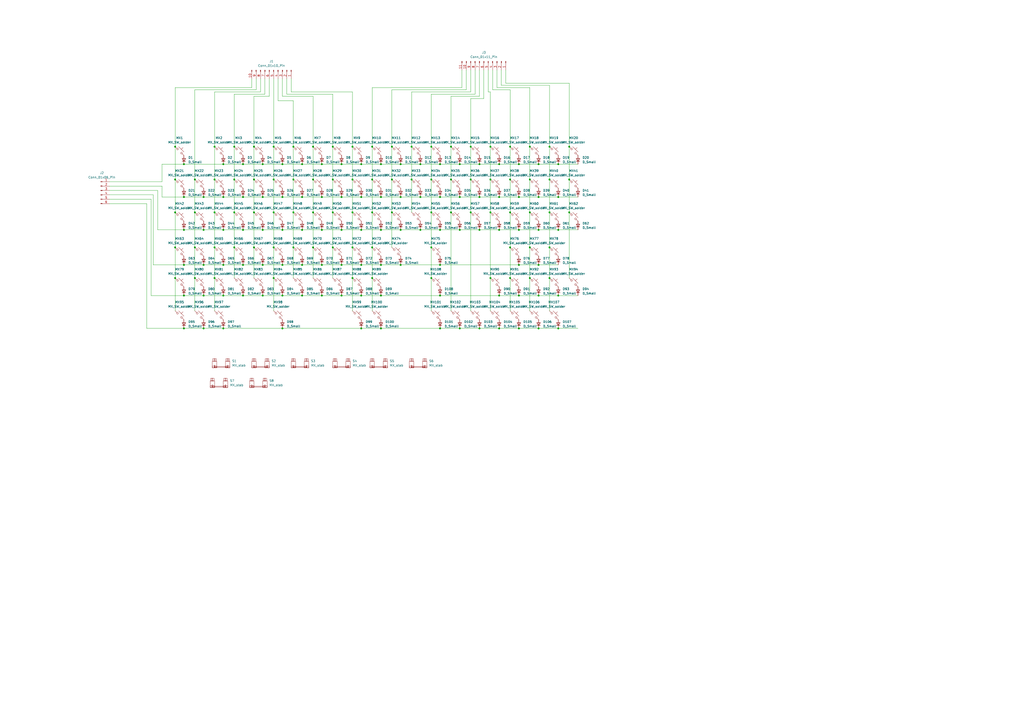
<source format=kicad_sch>
(kicad_sch (version 20230121) (generator eeschema)
  (paper "A2")
  (lib_symbols
    (symbol "Connector:Conn_01x06_Pin" (pin_names (offset 1.016) hide)
      (property "Reference" "J" (at 0 7.62 0))
      (property "Value" "Conn_01x06_Pin" (at 0 -10.16 0))
      (symbol "Conn_01x06_Pin_1_1"
        (pin passive line (at 5.08 5.08 180) (length 3.81) (name "Pin_1") (number "1"))
        (pin passive line (at 5.08 2.54 180) (length 3.81) (name "Pin_2") (number "2"))
        (pin passive line (at 5.08 0 180) (length 3.81) (name "Pin_3") (number "3"))
        (pin passive line (at 5.08 -2.54 180) (length 3.81) (name "Pin_4") (number "4"))
        (pin passive line (at 5.08 -5.08 180) (length 3.81) (name "Pin_5") (number "5"))
        (pin passive line (at 5.08 -7.62 180) (length 3.81) (name "Pin_6") (number "6"))
      )
    )
    (symbol "Connector:Conn_01x10_Pin" (pin_names (offset 1.016) hide)
      (property "Reference" "J" (at 0 12.7 0))
      (property "Value" "Conn_01x10_Pin" (at 0 -15.24 0))
      (symbol "Conn_01x10_Pin_1_1"
        (pin passive line (at 5.08 10.16 180) (length 3.81) (name "Pin_1") (number "1"))
        (pin passive line (at 5.08 -12.7 180) (length 3.81) (name "Pin_10") (number "10"))
        (pin passive line (at 5.08 7.62 180) (length 3.81) (name "Pin_2") (number "2"))
        (pin passive line (at 5.08 5.08 180) (length 3.81) (name "Pin_3") (number "3"))
        (pin passive line (at 5.08 2.54 180) (length 3.81) (name "Pin_4") (number "4"))
        (pin passive line (at 5.08 0 180) (length 3.81) (name "Pin_5") (number "5"))
        (pin passive line (at 5.08 -2.54 180) (length 3.81) (name "Pin_6") (number "6"))
        (pin passive line (at 5.08 -5.08 180) (length 3.81) (name "Pin_7") (number "7"))
        (pin passive line (at 5.08 -7.62 180) (length 3.81) (name "Pin_8") (number "8"))
        (pin passive line (at 5.08 -10.16 180) (length 3.81) (name "Pin_9") (number "9"))
      )
    )
    (symbol "Connector:Conn_01x11_Pin" (pin_names (offset 1.016) hide)
      (property "Reference" "J" (at 0 15.24 0))
      (property "Value" "Conn_01x11_Pin" (at 0 -15.24 0))
      (symbol "Conn_01x11_Pin_1_1"
        (pin passive line (at 5.08 12.7 180) (length 3.81) (name "Pin_1") (number "1"))
        (pin passive line (at 5.08 -10.16 180) (length 3.81) (name "Pin_10") (number "10"))
        (pin passive line (at 5.08 -12.7 180) (length 3.81) (name "Pin_11") (number "11"))
        (pin passive line (at 5.08 10.16 180) (length 3.81) (name "Pin_2") (number "2"))
        (pin passive line (at 5.08 7.62 180) (length 3.81) (name "Pin_3") (number "3"))
        (pin passive line (at 5.08 5.08 180) (length 3.81) (name "Pin_4") (number "4"))
        (pin passive line (at 5.08 2.54 180) (length 3.81) (name "Pin_5") (number "5"))
        (pin passive line (at 5.08 0 180) (length 3.81) (name "Pin_6") (number "6"))
        (pin passive line (at 5.08 -2.54 180) (length 3.81) (name "Pin_7") (number "7"))
        (pin passive line (at 5.08 -5.08 180) (length 3.81) (name "Pin_8") (number "8"))
        (pin passive line (at 5.08 -7.62 180) (length 3.81) (name "Pin_9") (number "9"))
      )
    )
    (symbol "Device:D_Small" (pin_numbers hide) (pin_names (offset 0.254) hide)
      (property "Reference" "D" (at -1.27 2.032 0))
      (property "Value" "D_Small" (at -3.81 -2.032 0))
      (symbol "D_Small_1_1"
        (pin passive line (at -2.54 0 0) (length 1.778) (name "K") (number "1"))
        (pin passive line (at 2.54 0 180) (length 1.778) (name "A") (number "2"))
      )
    )
    (symbol "PCM_marbastlib-mx:MX_SW_solder" (pin_numbers hide) (pin_names (offset 1.016) hide)
      (property "Reference" "MX" (at 3.048 1.016 0))
      (property "Value" "MX_SW_solder" (at 0 -3.81 0))
      (symbol "MX_SW_solder_0_1"
        (pin passive line (at -2.54 2.54 0) (length 0) (name "1") (number "1"))
        (pin passive line (at 2.54 -2.54 180) (length 0) (name "2") (number "2"))
      )
    )
    (symbol "PCM_marbastlib-mx:MX_stab" (pin_names (offset 1.016))
      (property "Reference" "S" (at -5.08 6.35 0))
      (property "Value" "MX_stab" (at -5.08 3.81 0))
    )
  )
  (junction (at 209.55 95.25))
  (junction (at 158.75 123.19))
  (junction (at 318.77 143.51))
  (junction (at 175.26 171.45))
  (junction (at 140.97 171.45))
  (junction (at 330.2 123.19))
  (junction (at 255.27 153.67))
  (junction (at 198.12 95.25))
  (junction (at 175.26 133.35))
  (junction (at 278.13 95.25))
  (junction (at 255.27 171.45))
  (junction (at 193.04 123.19))
  (junction (at 135.89 104.14))
  (junction (at 330.2 85.09))
  (junction (at 243.84 114.3))
  (junction (at 101.6 104.14))
  (junction (at 261.62 85.09))
  (junction (at 261.62 123.19))
  (junction (at 323.85 114.3))
  (junction (at 266.7 133.35))
  (junction (at 227.33 104.14))
  (junction (at 295.91 85.09))
  (junction (at 215.9 161.29))
  (junction (at 289.56 133.35))
  (junction (at 175.26 114.3))
  (junction (at 152.4 95.25))
  (junction (at 278.13 114.3))
  (junction (at 170.18 143.51))
  (junction (at 198.12 114.3))
  (junction (at 250.19 85.09))
  (junction (at 129.54 153.67))
  (junction (at 300.99 190.5))
  (junction (at 209.55 190.5))
  (junction (at 140.97 114.3))
  (junction (at 323.85 190.5))
  (junction (at 300.99 153.67))
  (junction (at 152.4 114.3))
  (junction (at 215.9 104.14))
  (junction (at 181.61 123.19))
  (junction (at 273.05 85.09))
  (junction (at 295.91 143.51))
  (junction (at 261.62 104.14))
  (junction (at 232.41 133.35))
  (junction (at 106.68 153.67))
  (junction (at 175.26 153.67))
  (junction (at 147.32 104.14))
  (junction (at 312.42 114.3))
  (junction (at 118.11 190.5))
  (junction (at 204.47 161.29))
  (junction (at 312.42 95.25))
  (junction (at 204.47 104.14))
  (junction (at 101.6 85.09))
  (junction (at 300.99 133.35))
  (junction (at 232.41 153.67))
  (junction (at 135.89 143.51))
  (junction (at 323.85 171.45))
  (junction (at 289.56 95.25))
  (junction (at 255.27 190.5))
  (junction (at 163.83 95.25))
  (junction (at 323.85 133.35))
  (junction (at 186.69 114.3))
  (junction (at 323.85 95.25))
  (junction (at 106.68 171.45))
  (junction (at 284.48 123.19))
  (junction (at 158.75 104.14))
  (junction (at 250.19 104.14))
  (junction (at 101.6 143.51))
  (junction (at 278.13 190.5))
  (junction (at 312.42 190.5))
  (junction (at 312.42 153.67))
  (junction (at 106.68 95.25))
  (junction (at 243.84 133.35))
  (junction (at 193.04 85.09))
  (junction (at 170.18 104.14))
  (junction (at 152.4 153.67))
  (junction (at 232.41 95.25))
  (junction (at 118.11 114.3))
  (junction (at 163.83 190.5))
  (junction (at 181.61 143.51))
  (junction (at 307.34 123.19))
  (junction (at 170.18 85.09))
  (junction (at 318.77 85.09))
  (junction (at 318.77 161.29))
  (junction (at 140.97 153.67))
  (junction (at 135.89 85.09))
  (junction (at 289.56 114.3))
  (junction (at 129.54 171.45))
  (junction (at 124.46 104.14))
  (junction (at 147.32 85.09))
  (junction (at 170.18 123.19))
  (junction (at 124.46 123.19))
  (junction (at 266.7 95.25))
  (junction (at 250.19 123.19))
  (junction (at 273.05 104.14))
  (junction (at 163.83 171.45))
  (junction (at 295.91 161.29))
  (junction (at 113.03 161.29))
  (junction (at 289.56 190.5))
  (junction (at 284.48 161.29))
  (junction (at 220.98 133.35))
  (junction (at 118.11 153.67))
  (junction (at 250.19 161.29))
  (junction (at 307.34 161.29))
  (junction (at 106.68 133.35))
  (junction (at 163.83 153.67))
  (junction (at 278.13 133.35))
  (junction (at 312.42 171.45))
  (junction (at 307.34 143.51))
  (junction (at 227.33 123.19))
  (junction (at 284.48 104.14))
  (junction (at 307.34 85.09))
  (junction (at 101.6 161.29))
  (junction (at 307.34 104.14))
  (junction (at 118.11 171.45))
  (junction (at 312.42 133.35))
  (junction (at 152.4 133.35))
  (junction (at 220.98 153.67))
  (junction (at 255.27 133.35))
  (junction (at 204.47 143.51))
  (junction (at 209.55 171.45))
  (junction (at 113.03 123.19))
  (junction (at 300.99 95.25))
  (junction (at 135.89 123.19))
  (junction (at 158.75 85.09))
  (junction (at 204.47 123.19))
  (junction (at 140.97 95.25))
  (junction (at 243.84 95.25))
  (junction (at 204.47 85.09))
  (junction (at 209.55 153.67))
  (junction (at 198.12 133.35))
  (junction (at 124.46 85.09))
  (junction (at 295.91 123.19))
  (junction (at 106.68 114.3))
  (junction (at 284.48 85.09))
  (junction (at 289.56 171.45))
  (junction (at 266.7 190.5))
  (junction (at 220.98 171.45))
  (junction (at 232.41 114.3))
  (junction (at 266.7 114.3))
  (junction (at 215.9 85.09))
  (junction (at 113.03 143.51))
  (junction (at 186.69 95.25))
  (junction (at 106.68 190.5))
  (junction (at 255.27 95.25))
  (junction (at 215.9 143.51))
  (junction (at 198.12 153.67))
  (junction (at 186.69 171.45))
  (junction (at 300.99 171.45))
  (junction (at 318.77 123.19))
  (junction (at 129.54 114.3))
  (junction (at 158.75 143.51))
  (junction (at 147.32 123.19))
  (junction (at 198.12 171.45))
  (junction (at 318.77 104.14))
  (junction (at 186.69 153.67))
  (junction (at 238.76 104.14))
  (junction (at 118.11 133.35))
  (junction (at 181.61 104.14))
  (junction (at 220.98 95.25))
  (junction (at 158.75 161.29))
  (junction (at 163.83 114.3))
  (junction (at 140.97 133.35))
  (junction (at 295.91 104.14))
  (junction (at 209.55 133.35))
  (junction (at 186.69 133.35))
  (junction (at 113.03 104.14))
  (junction (at 193.04 143.51))
  (junction (at 273.05 123.19))
  (junction (at 300.99 114.3))
  (junction (at 255.27 114.3))
  (junction (at 250.19 143.51))
  (junction (at 175.26 95.25))
  (junction (at 129.54 95.25))
  (junction (at 124.46 161.29))
  (junction (at 124.46 143.51))
  (junction (at 220.98 114.3))
  (junction (at 215.9 123.19))
  (junction (at 209.55 114.3))
  (junction (at 330.2 104.14))
  (junction (at 129.54 190.5))
  (junction (at 227.33 85.09))
  (junction (at 181.61 85.09))
  (junction (at 147.32 143.51))
  (junction (at 163.83 133.35))
  (junction (at 193.04 104.14))
  (junction (at 238.76 85.09))
  (junction (at 220.98 190.5))
  (junction (at 101.6 123.19))
  (junction (at 152.4 171.45))
  (junction (at 129.54 133.35))
  (wire (pts (xy 307.34 104.14) (xy 307.34 123.19)))
  (wire (pts (xy 193.04 143.51) (xy 193.04 161.29)))
  (wire (pts (xy 209.55 153.67) (xy 220.98 153.67)))
  (wire (pts (xy 147.32 85.09) (xy 147.32 55.88)))
  (wire (pts (xy 227.33 123.19) (xy 227.33 143.51)))
  (wire (pts (xy 181.61 55.88) (xy 163.83 55.88)))
  (wire (pts (xy 181.61 143.51) (xy 181.61 161.29)))
  (wire (pts (xy 198.12 153.67) (xy 209.55 153.67)))
  (wire (pts (xy 318.77 143.51) (xy 318.77 161.29)))
  (wire (pts (xy 267.97 50.8) (xy 267.97 40.64)))
  (wire (pts (xy 243.84 95.25) (xy 255.27 95.25)))
  (wire (pts (xy 158.75 123.19) (xy 158.75 143.51)))
  (wire (pts (xy 318.77 49.53) (xy 290.83 49.53)))
  (wire (pts (xy 220.98 133.35) (xy 232.41 133.35)))
  (wire (pts (xy 255.27 114.3) (xy 266.7 114.3)))
  (wire (pts (xy 135.89 104.14) (xy 135.89 123.19)))
  (wire (pts (xy 140.97 171.45) (xy 152.4 171.45)))
  (wire (pts (xy 330.2 48.26) (xy 293.37 48.26)))
  (wire (pts (xy 118.11 171.45) (xy 129.54 171.45)))
  (wire (pts (xy 204.47 85.09) (xy 204.47 104.14)))
  (wire (pts (xy 215.9 161.29) (xy 215.9 180.34)))
  (wire (pts (xy 186.69 153.67) (xy 198.12 153.67)))
  (wire (pts (xy 215.9 50.8) (xy 215.9 85.09)))
  (wire (pts (xy 227.33 85.09) (xy 227.33 104.14)))
  (wire (pts (xy 181.61 85.09) (xy 181.61 104.14)))
  (wire (pts (xy 290.83 49.53) (xy 290.83 40.64)))
  (wire (pts (xy 243.84 133.35) (xy 255.27 133.35)))
  (wire (pts (xy 106.68 171.45) (xy 87.63 171.45)))
  (wire (pts (xy 232.41 95.25) (xy 243.84 95.25)))
  (wire (pts (xy 289.56 95.25) (xy 300.99 95.25)))
  (wire (pts (xy 266.7 95.25) (xy 278.13 95.25)))
  (wire (pts (xy 295.91 52.07) (xy 295.91 85.09)))
  (wire (pts (xy 220.98 95.25) (xy 232.41 95.25)))
  (wire (pts (xy 215.9 123.19) (xy 215.9 143.51)))
  (wire (pts (xy 300.99 114.3) (xy 312.42 114.3)))
  (wire (pts (xy 151.13 53.34) (xy 151.13 45.72)))
  (wire (pts (xy 153.67 54.61) (xy 153.67 45.72)))
  (wire (pts (xy 323.85 95.25) (xy 335.28 95.25)))
  (wire (pts (xy 193.04 54.61) (xy 166.37 54.61)))
  (wire (pts (xy 158.75 143.51) (xy 158.75 161.29)))
  (wire (pts (xy 300.99 190.5) (xy 312.42 190.5)))
  (wire (pts (xy 250.19 123.19) (xy 250.19 143.51)))
  (wire (pts (xy 220.98 153.67) (xy 232.41 153.67)))
  (wire (pts (xy 220.98 190.5) (xy 255.27 190.5)))
  (wire (pts (xy 275.59 54.61) (xy 275.59 40.64)))
  (wire (pts (xy 255.27 133.35) (xy 266.7 133.35)))
  (wire (pts (xy 152.4 133.35) (xy 163.83 133.35)))
  (wire (pts (xy 318.77 123.19) (xy 318.77 143.51)))
  (wire (pts (xy 318.77 161.29) (xy 318.77 180.34)))
  (wire (pts (xy 106.68 190.5) (xy 85.09 190.5)))
  (wire (pts (xy 170.18 85.09) (xy 170.18 58.42)))
  (wire (pts (xy 113.03 104.14) (xy 113.03 52.07)))
  (wire (pts (xy 215.9 50.8) (xy 267.97 50.8)))
  (wire (pts (xy 186.69 171.45) (xy 198.12 171.45)))
  (wire (pts (xy 204.47 161.29) (xy 204.47 180.34)))
  (wire (pts (xy 323.85 133.35) (xy 335.28 133.35)))
  (wire (pts (xy 161.29 58.42) (xy 161.29 45.72)))
  (wire (pts (xy 295.91 161.29) (xy 295.91 180.34)))
  (wire (pts (xy 158.75 161.29) (xy 158.75 180.34)))
  (wire (pts (xy 113.03 161.29) (xy 113.03 180.34)))
  (wire (pts (xy 204.47 123.19) (xy 204.47 143.51)))
  (wire (pts (xy 140.97 153.67) (xy 152.4 153.67)))
  (wire (pts (xy 106.68 114.3) (xy 118.11 114.3)))
  (wire (pts (xy 193.04 123.19) (xy 193.04 143.51)))
  (wire (pts (xy 307.34 85.09) (xy 307.34 104.14)))
  (wire (pts (xy 261.62 123.19) (xy 261.62 180.34)))
  (wire (pts (xy 261.62 55.88) (xy 278.13 55.88)))
  (wire (pts (xy 135.89 143.51) (xy 135.89 161.29)))
  (wire (pts (xy 113.03 104.14) (xy 113.03 123.19)))
  (wire (pts (xy 106.68 133.35) (xy 91.44 133.35)))
  (wire (pts (xy 93.98 95.25) (xy 93.98 105.41)))
  (wire (pts (xy 140.97 114.3) (xy 152.4 114.3)))
  (wire (pts (xy 312.42 114.3) (xy 323.85 114.3)))
  (wire (pts (xy 186.69 114.3) (xy 198.12 114.3)))
  (wire (pts (xy 147.32 104.14) (xy 147.32 123.19)))
  (wire (pts (xy 284.48 53.34) (xy 283.21 53.34)))
  (wire (pts (xy 312.42 153.67) (xy 323.85 153.67)))
  (wire (pts (xy 113.03 143.51) (xy 113.03 161.29)))
  (wire (pts (xy 87.63 115.57) (xy 63.5 115.57)))
  (wire (pts (xy 293.37 48.26) (xy 293.37 40.64)))
  (wire (pts (xy 93.98 114.3) (xy 93.98 107.95)))
  (wire (pts (xy 323.85 190.5) (xy 335.28 190.5)))
  (wire (pts (xy 198.12 114.3) (xy 209.55 114.3)))
  (wire (pts (xy 163.83 133.35) (xy 175.26 133.35)))
  (wire (pts (xy 273.05 53.34) (xy 273.05 40.64)))
  (wire (pts (xy 295.91 104.14) (xy 295.91 123.19)))
  (wire (pts (xy 170.18 104.14) (xy 170.18 123.19)))
  (wire (pts (xy 93.98 105.41) (xy 63.5 105.41)))
  (wire (pts (xy 220.98 114.3) (xy 232.41 114.3)))
  (wire (pts (xy 330.2 48.26) (xy 330.2 85.09)))
  (wire (pts (xy 255.27 153.67) (xy 300.99 153.67)))
  (wire (pts (xy 129.54 133.35) (xy 140.97 133.35)))
  (wire (pts (xy 209.55 95.25) (xy 220.98 95.25)))
  (wire (pts (xy 209.55 114.3) (xy 220.98 114.3)))
  (wire (pts (xy 101.6 143.51) (xy 101.6 161.29)))
  (wire (pts (xy 118.11 114.3) (xy 129.54 114.3)))
  (wire (pts (xy 238.76 53.34) (xy 238.76 85.09)))
  (wire (pts (xy 285.75 52.07) (xy 285.75 40.64)))
  (wire (pts (xy 106.68 153.67) (xy 118.11 153.67)))
  (wire (pts (xy 175.26 133.35) (xy 186.69 133.35)))
  (wire (pts (xy 152.4 171.45) (xy 163.83 171.45)))
  (wire (pts (xy 307.34 143.51) (xy 307.34 161.29)))
  (wire (pts (xy 238.76 53.34) (xy 273.05 53.34)))
  (wire (pts (xy 129.54 153.67) (xy 140.97 153.67)))
  (wire (pts (xy 85.09 118.11) (xy 63.5 118.11)))
  (wire (pts (xy 168.91 53.34) (xy 168.91 45.72)))
  (wire (pts (xy 278.13 95.25) (xy 289.56 95.25)))
  (wire (pts (xy 181.61 104.14) (xy 181.61 123.19)))
  (wire (pts (xy 88.9 153.67) (xy 88.9 113.03)))
  (wire (pts (xy 158.75 104.14) (xy 158.75 123.19)))
  (wire (pts (xy 273.05 57.15) (xy 280.67 57.15)))
  (wire (pts (xy 175.26 114.3) (xy 186.69 114.3)))
  (wire (pts (xy 140.97 133.35) (xy 152.4 133.35)))
  (wire (pts (xy 307.34 50.8) (xy 288.29 50.8)))
  (wire (pts (xy 118.11 133.35) (xy 129.54 133.35)))
  (wire (pts (xy 198.12 171.45) (xy 209.55 171.45)))
  (wire (pts (xy 280.67 57.15) (xy 280.67 40.64)))
  (wire (pts (xy 323.85 114.3) (xy 335.28 114.3)))
  (wire (pts (xy 318.77 104.14) (xy 318.77 123.19)))
  (wire (pts (xy 124.46 143.51) (xy 124.46 161.29)))
  (wire (pts (xy 289.56 190.5) (xy 300.99 190.5)))
  (wire (pts (xy 227.33 52.07) (xy 270.51 52.07)))
  (wire (pts (xy 147.32 123.19) (xy 147.32 143.51)))
  (wire (pts (xy 300.99 133.35) (xy 312.42 133.35)))
  (wire (pts (xy 232.41 114.3) (xy 243.84 114.3)))
  (wire (pts (xy 215.9 143.51) (xy 215.9 161.29)))
  (wire (pts (xy 146.05 50.8) (xy 146.05 45.72)))
  (wire (pts (xy 284.48 85.09) (xy 284.48 104.14)))
  (wire (pts (xy 152.4 95.25) (xy 163.83 95.25)))
  (wire (pts (xy 101.6 161.29) (xy 101.6 180.34)))
  (wire (pts (xy 170.18 85.09) (xy 170.18 104.14)))
  (wire (pts (xy 250.19 104.14) (xy 250.19 123.19)))
  (wire (pts (xy 278.13 133.35) (xy 289.56 133.35)))
  (wire (pts (xy 163.83 153.67) (xy 175.26 153.67)))
  (wire (pts (xy 135.89 123.19) (xy 135.89 143.51)))
  (wire (pts (xy 307.34 123.19) (xy 307.34 143.51)))
  (wire (pts (xy 163.83 95.25) (xy 175.26 95.25)))
  (wire (pts (xy 129.54 171.45) (xy 140.97 171.45)))
  (wire (pts (xy 204.47 104.14) (xy 204.47 123.19)))
  (wire (pts (xy 87.63 171.45) (xy 87.63 115.57)))
  (wire (pts (xy 284.48 123.19) (xy 284.48 161.29)))
  (wire (pts (xy 148.59 52.07) (xy 148.59 45.72)))
  (wire (pts (xy 238.76 85.09) (xy 238.76 104.14)))
  (wire (pts (xy 181.61 55.88) (xy 181.61 85.09)))
  (wire (pts (xy 156.21 55.88) (xy 156.21 45.72)))
  (wire (pts (xy 270.51 52.07) (xy 270.51 40.64)))
  (wire (pts (xy 289.56 171.45) (xy 300.99 171.45)))
  (wire (pts (xy 278.13 114.3) (xy 289.56 114.3)))
  (wire (pts (xy 118.11 153.67) (xy 129.54 153.67)))
  (wire (pts (xy 135.89 54.61) (xy 153.67 54.61)))
  (wire (pts (xy 106.68 153.67) (xy 88.9 153.67)))
  (wire (pts (xy 101.6 104.14) (xy 101.6 123.19)))
  (wire (pts (xy 295.91 123.19) (xy 295.91 143.51)))
  (wire (pts (xy 330.2 85.09) (xy 330.2 104.14)))
  (wire (pts (xy 204.47 53.34) (xy 204.47 85.09)))
  (wire (pts (xy 113.03 52.07) (xy 148.59 52.07)))
  (wire (pts (xy 323.85 171.45) (xy 335.28 171.45)))
  (wire (pts (xy 243.84 114.3) (xy 255.27 114.3)))
  (wire (pts (xy 106.68 133.35) (xy 118.11 133.35)))
  (wire (pts (xy 186.69 95.25) (xy 198.12 95.25)))
  (wire (pts (xy 170.18 143.51) (xy 170.18 161.29)))
  (wire (pts (xy 129.54 190.5) (xy 163.83 190.5)))
  (wire (pts (xy 227.33 52.07) (xy 227.33 85.09)))
  (wire (pts (xy 147.32 85.09) (xy 147.32 104.14)))
  (wire (pts (xy 295.91 52.07) (xy 285.75 52.07)))
  (wire (pts (xy 124.46 85.09) (xy 124.46 53.34)))
  (wire (pts (xy 91.44 133.35) (xy 91.44 110.49)))
  (wire (pts (xy 170.18 123.19) (xy 170.18 143.51)))
  (wire (pts (xy 158.75 45.72) (xy 158.75 85.09)))
  (wire (pts (xy 289.56 133.35) (xy 300.99 133.35)))
  (wire (pts (xy 106.68 95.25) (xy 93.98 95.25)))
  (wire (pts (xy 255.27 171.45) (xy 289.56 171.45)))
  (wire (pts (xy 284.48 104.14) (xy 284.48 123.19)))
  (wire (pts (xy 101.6 123.19) (xy 101.6 143.51)))
  (wire (pts (xy 113.03 123.19) (xy 113.03 143.51)))
  (wire (pts (xy 186.69 133.35) (xy 198.12 133.35)))
  (wire (pts (xy 135.89 85.09) (xy 135.89 54.61)))
  (wire (pts (xy 300.99 95.25) (xy 312.42 95.25)))
  (wire (pts (xy 266.7 190.5) (xy 278.13 190.5)))
  (wire (pts (xy 227.33 104.14) (xy 227.33 123.19)))
  (wire (pts (xy 198.12 133.35) (xy 209.55 133.35)))
  (wire (pts (xy 278.13 190.5) (xy 289.56 190.5)))
  (wire (pts (xy 312.42 190.5) (xy 323.85 190.5)))
  (wire (pts (xy 152.4 153.67) (xy 163.83 153.67)))
  (wire (pts (xy 124.46 123.19) (xy 124.46 143.51)))
  (wire (pts (xy 261.62 55.88) (xy 261.62 85.09)))
  (wire (pts (xy 93.98 107.95) (xy 63.5 107.95)))
  (wire (pts (xy 204.47 53.34) (xy 168.91 53.34)))
  (wire (pts (xy 147.32 55.88) (xy 156.21 55.88)))
  (wire (pts (xy 250.19 54.61) (xy 250.19 85.09)))
  (wire (pts (xy 101.6 50.8) (xy 146.05 50.8)))
  (wire (pts (xy 295.91 85.09) (xy 295.91 104.14)))
  (wire (pts (xy 152.4 114.3) (xy 163.83 114.3)))
  (wire (pts (xy 106.68 171.45) (xy 118.11 171.45)))
  (wire (pts (xy 163.83 55.88) (xy 163.83 45.72)))
  (wire (pts (xy 300.99 153.67) (xy 312.42 153.67)))
  (wire (pts (xy 166.37 54.61) (xy 166.37 45.72)))
  (wire (pts (xy 266.7 133.35) (xy 278.13 133.35)))
  (wire (pts (xy 193.04 54.61) (xy 193.04 85.09)))
  (wire (pts (xy 193.04 85.09) (xy 193.04 104.14)))
  (wire (pts (xy 124.46 53.34) (xy 151.13 53.34)))
  (wire (pts (xy 232.41 133.35) (xy 243.84 133.35)))
  (wire (pts (xy 318.77 49.53) (xy 318.77 85.09)))
  (wire (pts (xy 204.47 143.51) (xy 204.47 161.29)))
  (wire (pts (xy 88.9 113.03) (xy 63.5 113.03)))
  (wire (pts (xy 181.61 123.19) (xy 181.61 143.51)))
  (wire (pts (xy 278.13 55.88) (xy 278.13 40.64)))
  (wire (pts (xy 129.54 95.25) (xy 140.97 95.25)))
  (wire (pts (xy 175.26 95.25) (xy 186.69 95.25)))
  (wire (pts (xy 289.56 114.3) (xy 300.99 114.3)))
  (wire (pts (xy 250.19 85.09) (xy 250.19 104.14)))
  (wire (pts (xy 261.62 85.09) (xy 261.62 104.14)))
  (wire (pts (xy 85.09 190.5) (xy 85.09 118.11)))
  (wire (pts (xy 124.46 104.14) (xy 124.46 123.19)))
  (wire (pts (xy 106.68 190.5) (xy 118.11 190.5)))
  (wire (pts (xy 170.18 58.42) (xy 161.29 58.42)))
  (wire (pts (xy 255.27 190.5) (xy 266.7 190.5)))
  (wire (pts (xy 124.46 85.09) (xy 124.46 104.14)))
  (wire (pts (xy 101.6 85.09) (xy 101.6 104.14)))
  (wire (pts (xy 209.55 190.5) (xy 220.98 190.5)))
  (wire (pts (xy 312.42 95.25) (xy 323.85 95.25)))
  (wire (pts (xy 250.19 143.51) (xy 250.19 161.29)))
  (wire (pts (xy 273.05 85.09) (xy 273.05 57.15)))
  (wire (pts (xy 215.9 104.14) (xy 215.9 123.19)))
  (wire (pts (xy 250.19 54.61) (xy 275.59 54.61)))
  (wire (pts (xy 163.83 114.3) (xy 175.26 114.3)))
  (wire (pts (xy 124.46 161.29) (xy 124.46 180.34)))
  (wire (pts (xy 288.29 50.8) (xy 288.29 40.64)))
  (wire (pts (xy 140.97 95.25) (xy 152.4 95.25)))
  (wire (pts (xy 312.42 171.45) (xy 323.85 171.45)))
  (wire (pts (xy 261.62 104.14) (xy 261.62 123.19)))
  (wire (pts (xy 91.44 110.49) (xy 63.5 110.49)))
  (wire (pts (xy 284.48 53.34) (xy 284.48 85.09)))
  (wire (pts (xy 232.41 153.67) (xy 255.27 153.67)))
  (wire (pts (xy 300.99 171.45) (xy 312.42 171.45)))
  (wire (pts (xy 273.05 104.14) (xy 273.05 123.19)))
  (wire (pts (xy 163.83 171.45) (xy 175.26 171.45)))
  (wire (pts (xy 330.2 104.14) (xy 330.2 123.19)))
  (wire (pts (xy 129.54 114.3) (xy 140.97 114.3)))
  (wire (pts (xy 238.76 104.14) (xy 238.76 123.19)))
  (wire (pts (xy 209.55 133.35) (xy 220.98 133.35)))
  (wire (pts (xy 101.6 85.09) (xy 101.6 50.8)))
  (wire (pts (xy 209.55 171.45) (xy 220.98 171.45)))
  (wire (pts (xy 106.68 114.3) (xy 93.98 114.3)))
  (wire (pts (xy 193.04 104.14) (xy 193.04 123.19)))
  (wire (pts (xy 163.83 190.5) (xy 209.55 190.5)))
  (wire (pts (xy 284.48 161.29) (xy 284.48 180.34)))
  (wire (pts (xy 283.21 53.34) (xy 283.21 40.64)))
  (wire (pts (xy 312.42 133.35) (xy 323.85 133.35)))
  (wire (pts (xy 318.77 85.09) (xy 318.77 104.14)))
  (wire (pts (xy 307.34 161.29) (xy 307.34 180.34)))
  (wire (pts (xy 106.68 95.25) (xy 129.54 95.25)))
  (wire (pts (xy 255.27 95.25) (xy 266.7 95.25)))
  (wire (pts (xy 215.9 85.09) (xy 215.9 104.14)))
  (wire (pts (xy 135.89 85.09) (xy 135.89 104.14)))
  (wire (pts (xy 118.11 190.5) (xy 129.54 190.5)))
  (wire (pts (xy 295.91 143.51) (xy 295.91 161.29)))
  (wire (pts (xy 266.7 114.3) (xy 278.13 114.3)))
  (wire (pts (xy 147.32 143.51) (xy 147.32 161.29)))
  (wire (pts (xy 175.26 153.67) (xy 186.69 153.67)))
  (wire (pts (xy 273.05 123.19) (xy 273.05 180.34)))
  (wire (pts (xy 220.98 171.45) (xy 255.27 171.45)))
  (wire (pts (xy 307.34 50.8) (xy 307.34 85.09)))
  (wire (pts (xy 250.19 161.29) (xy 250.19 180.34)))
  (wire (pts (xy 175.26 171.45) (xy 186.69 171.45)))
  (wire (pts (xy 273.05 85.09) (xy 273.05 104.14)))
  (wire (pts (xy 330.2 123.19) (xy 330.2 161.29)))
  (wire (pts (xy 198.12 95.25) (xy 209.55 95.25)))
  (wire (pts (xy 158.75 85.09) (xy 158.75 104.14)))
  (symbol (lib_id "PCM_marbastlib-mx:MX_SW_solder") (at 104.14 146.05 0) (unit 1)
    (property "Reference" "MX63" (at 104.14 138.43 0))
    (property "Value" "MX_SW_solder" (at 104.14 140.97 0))
    (property "Footprint" "PCM_Switch_Keyboard_Cherry_MX:SW_Cherry_MX_PCB_1.75u" (effects hide))
  )
  (symbol (lib_id "PCM_marbastlib-mx:MX_SW_solder") (at 207.01 182.88 0) (unit 1)
    (property "Reference" "MX99" (at 207.01 175.26 0))
    (property "Value" "MX_SW_solder" (at 207.01 177.8 0))
    (property "Footprint" "PCM_Switch_Keyboard_Cherry_MX:SW_Cherry_MX_PCB_1.25u" (effects hide))
  )
  (symbol (lib_id "Device:D_Small") (at 312.42 151.13 90) (unit 1)
    (property "Reference" "D77" (at 314.96 149.86 90) (effects (justify right)))
    (property "Value" "D_Small" (at 314.96 152.4 90) (effects (justify right)))
    (property "Footprint" "Diode_SMD:D_SOD-123" (effects hide))
    (property "Sim.Device" "D" (effects hide))
    (property "Sim.Pins" "1=K 2=A" (effects hide))
  )
  (symbol (lib_id "Device:D_Small") (at 243.84 130.81 90) (unit 1)
    (property "Reference" "D54" (at 246.38 129.54 90) (effects (justify right)))
    (property "Value" "D_Small" (at 246.38 132.08 90) (effects (justify right)))
    (property "Footprint" "Diode_SMD:D_SOD-123" (effects hide))
    (property "Sim.Device" "D" (effects hide))
    (property "Sim.Pins" "1=K 2=A" (effects hide))
  )
  (symbol (lib_id "PCM_marbastlib-mx:MX_SW_solder") (at 138.43 163.83 0) (unit 1)
    (property "Reference" "MX82" (at 138.43 156.21 0))
    (property "Value" "MX_SW_solder" (at 138.43 158.75 0))
    (property "Footprint" "PCM_Switch_Keyboard_Cherry_MX:SW_Cherry_MX_PCB_1.00u" (effects hide))
  )
  (symbol (lib_id "Device:D_Small") (at 335.28 130.81 90) (unit 1)
    (property "Reference" "D62" (at 337.82 129.54 90) (effects (justify right)))
    (property "Value" "D_Small" (at 337.82 132.08 90) (effects (justify right)))
    (property "Footprint" "Diode_SMD:D_SOD-123" (effects hide))
    (property "Sim.Device" "D" (effects hide))
    (property "Sim.Pins" "1=K 2=A" (effects hide))
  )
  (symbol (lib_id "PCM_marbastlib-mx:MX_SW_solder") (at 309.88 163.83 0) (unit 1)
    (property "Reference" "MX92" (at 309.88 156.21 0))
    (property "Value" "MX_SW_solder" (at 309.88 158.75 0))
    (property "Footprint" "PCM_Switch_Keyboard_Cherry_MX:SW_Cherry_MX_PCB_1.00u" (effects hide))
  )
  (symbol (lib_id "Device:D_Small") (at 118.11 130.81 90) (unit 1)
    (property "Reference" "D43" (at 120.65 129.54 90) (effects (justify right)))
    (property "Value" "D_Small" (at 120.65 132.08 90) (effects (justify right)))
    (property "Footprint" "Diode_SMD:D_SOD-123" (effects hide))
    (property "Sim.Device" "D" (effects hide))
    (property "Sim.Pins" "1=K 2=A" (effects hide))
  )
  (symbol (lib_id "Device:D_Small") (at 300.99 92.71 90) (unit 1)
    (property "Reference" "D17" (at 303.53 91.44 90) (effects (justify right)))
    (property "Value" "D_Small" (at 303.53 93.98 90) (effects (justify right)))
    (property "Footprint" "Diode_SMD:D_SOD-123" (effects hide))
    (property "Sim.Device" "D" (effects hide))
    (property "Sim.Pins" "1=K 2=A" (effects hide))
  )
  (symbol (lib_id "Device:D_Small") (at 289.56 130.81 90) (unit 1)
    (property "Reference" "D58" (at 292.1 129.54 90) (effects (justify right)))
    (property "Value" "D_Small" (at 292.1 132.08 90) (effects (justify right)))
    (property "Footprint" "Diode_SMD:D_SOD-123" (effects hide))
    (property "Sim.Device" "D" (effects hide))
    (property "Sim.Pins" "1=K 2=A" (effects hide))
  )
  (symbol (lib_id "PCM_marbastlib-mx:MX_SW_solder") (at 195.58 87.63 0) (unit 1)
    (property "Reference" "MX8" (at 195.58 80.01 0))
    (property "Value" "MX_SW_solder" (at 195.58 82.55 0))
    (property "Footprint" "PCM_Switch_Keyboard_Cherry_MX:SW_Cherry_MX_PCB_1.00u" (effects hide))
  )
  (symbol (lib_id "PCM_marbastlib-mx:MX_SW_solder") (at 298.45 182.88 0) (unit 1)
    (property "Reference" "MX105" (at 298.45 175.26 0))
    (property "Value" "MX_SW_solder" (at 298.45 177.8 0))
    (property "Footprint" "PCM_Switch_Keyboard_Cherry_MX:SW_Cherry_MX_PCB_1.00u" (effects hide))
  )
  (symbol (lib_id "Device:D_Small") (at 118.11 111.76 90) (unit 1)
    (property "Reference" "D22" (at 120.65 110.49 90) (effects (justify right)))
    (property "Value" "D_Small" (at 120.65 113.03 90) (effects (justify right)))
    (property "Footprint" "Diode_SMD:D_SOD-123" (effects hide))
    (property "Sim.Device" "D" (effects hide))
    (property "Sim.Pins" "1=K 2=A" (effects hide))
  )
  (symbol (lib_id "PCM_marbastlib-mx:MX_SW_solder") (at 252.73 106.68 0) (unit 1)
    (property "Reference" "MX34" (at 252.73 99.06 0))
    (property "Value" "MX_SW_solder" (at 252.73 101.6 0))
    (property "Footprint" "PCM_Switch_Keyboard_Cherry_MX:SW_Cherry_MX_PCB_1.00u" (effects hide))
  )
  (symbol (lib_id "Device:D_Small") (at 323.85 168.91 90) (unit 1)
    (property "Reference" "D93" (at 326.39 167.64 90) (effects (justify right)))
    (property "Value" "D_Small" (at 326.39 170.18 90) (effects (justify right)))
    (property "Footprint" "Diode_SMD:D_SOD-123" (effects hide))
    (property "Sim.Device" "D" (effects hide))
    (property "Sim.Pins" "1=K 2=A" (effects hide))
  )
  (symbol (lib_id "PCM_marbastlib-mx:MX_SW_solder") (at 184.15 87.63 0) (unit 1)
    (property "Reference" "MX7" (at 184.15 80.01 0))
    (property "Value" "MX_SW_solder" (at 184.15 82.55 0))
    (property "Footprint" "PCM_Switch_Keyboard_Cherry_MX:SW_Cherry_MX_PCB_1.00u" (effects hide))
  )
  (symbol (lib_id "PCM_marbastlib-mx:MX_stab") (at 198.12 210.82 0) (unit 1)
    (property "Reference" "S4" (at 204.47 209.423 0) (effects (justify left)))
    (property "Value" "MX_stab" (at 204.47 211.963 0) (effects (justify left)))
    (property "Footprint" "PCM_marbastlib-mx:STAB_MX_2.25u" (effects hide))
  )
  (symbol (lib_id "PCM_marbastlib-mx:MX_SW_solder") (at 172.72 125.73 0) (unit 1)
    (property "Reference" "MX48" (at 172.72 118.11 0))
    (property "Value" "MX_SW_solder" (at 172.72 120.65 0))
    (property "Footprint" "PCM_Switch_Keyboard_Cherry_MX:SW_Cherry_MX_PCB_1.00u" (effects hide))
  )
  (symbol (lib_id "Device:D_Small") (at 220.98 130.81 90) (unit 1)
    (property "Reference" "D52" (at 223.52 129.54 90) (effects (justify right)))
    (property "Value" "D_Small" (at 223.52 132.08 90) (effects (justify right)))
    (property "Footprint" "Diode_SMD:D_SOD-123" (effects hide))
    (property "Sim.Device" "D" (effects hide))
    (property "Sim.Pins" "1=K 2=A" (effects hide))
  )
  (symbol (lib_id "Connector:Conn_01x10_Pin") (at 158.75 40.64 270) (unit 1)
    (property "Reference" "J1" (at 157.48 35.56 90))
    (property "Value" "Conn_01x10_Pin" (at 157.48 38.1 90))
    (property "Footprint" "Connector_PinSocket_2.54mm:PinSocket_1x10_P2.54mm_Vertical" (effects hide))
  )
  (symbol (lib_id "PCM_marbastlib-mx:MX_SW_solder") (at 104.14 163.83 0) (unit 1)
    (property "Reference" "MX79" (at 104.14 156.21 0))
    (property "Value" "MX_SW_solder" (at 104.14 158.75 0))
    (property "Footprint" "PCM_Switch_Keyboard_Cherry_MX:SW_Cherry_MX_PCB_1.00u" (effects hide))
  )
  (symbol (lib_id "PCM_marbastlib-mx:MX_stab") (at 242.57 210.82 0) (unit 1)
    (property "Reference" "S6" (at 248.92 209.423 0) (effects (justify left)))
    (property "Value" "MX_stab" (at 248.92 211.963 0) (effects (justify left)))
    (property "Footprint" "PCM_marbastlib-mx:STAB_MX_2u" (effects hide))
  )
  (symbol (lib_id "PCM_marbastlib-mx:MX_SW_solder") (at 252.73 182.88 0) (unit 1)
    (property "Reference" "MX101" (at 252.73 175.26 0))
    (property "Value" "MX_SW_solder" (at 252.73 177.8 0))
    (property "Footprint" "PCM_Switch_Keyboard_Cherry_MX:SW_Cherry_MX_PCB_1.25u" (effects hide))
  )
  (symbol (lib_id "Device:D_Small") (at 198.12 151.13 90) (unit 1)
    (property "Reference" "D71" (at 200.66 149.86 90) (effects (justify right)))
    (property "Value" "D_Small" (at 200.66 152.4 90) (effects (justify right)))
    (property "Footprint" "Diode_SMD:D_SOD-123" (effects hide))
    (property "Sim.Device" "D" (effects hide))
    (property "Sim.Pins" "1=K 2=A" (effects hide))
  )
  (symbol (lib_id "Connector:Conn_01x11_Pin") (at 280.67 35.56 270) (unit 1)
    (property "Reference" "J3" (at 280.67 30.48 90))
    (property "Value" "Conn_01x11_Pin" (at 280.67 33.02 90))
    (property "Footprint" "Connector_PinSocket_2.54mm:PinSocket_1x11_P2.54mm_Vertical" (effects hide))
  )
  (symbol (lib_id "PCM_marbastlib-mx:MX_SW_solder") (at 332.74 163.83 0) (unit 1)
    (property "Reference" "MX94" (at 332.74 156.21 0))
    (property "Value" "MX_SW_solder" (at 332.74 158.75 0))
    (property "Footprint" "PCM_Switch_Keyboard_Cherry_MX:SW_Cherry_MX_PCB_1.00u" (effects hide))
  )
  (symbol (lib_id "Device:D_Small") (at 312.42 187.96 90) (unit 1)
    (property "Reference" "D106" (at 314.96 186.69 90) (effects (justify right)))
    (property "Value" "D_Small" (at 314.96 189.23 90) (effects (justify right)))
    (property "Footprint" "Diode_SMD:D_SOD-123" (effects hide))
    (property "Sim.Device" "D" (effects hide))
    (property "Sim.Pins" "1=K 2=A" (effects hide))
  )
  (symbol (lib_id "Device:D_Small") (at 129.54 92.71 90) (unit 1)
    (property "Reference" "D2" (at 132.08 91.44 90) (effects (justify right)))
    (property "Value" "D_Small" (at 132.08 93.98 90) (effects (justify right)))
    (property "Footprint" "Diode_SMD:D_SOD-123" (effects hide))
    (property "Sim.Device" "D" (effects hide))
    (property "Sim.Pins" "1=K 2=A" (effects hide))
  )
  (symbol (lib_id "PCM_marbastlib-mx:MX_SW_solder") (at 207.01 146.05 0) (unit 1)
    (property "Reference" "MX72" (at 207.01 138.43 0))
    (property "Value" "MX_SW_solder" (at 207.01 140.97 0))
    (property "Footprint" "PCM_Switch_Keyboard_Cherry_MX:SW_Cherry_MX_PCB_1.00u" (effects hide))
  )
  (symbol (lib_id "Device:D_Small") (at 335.28 111.76 90) (unit 1)
    (property "Reference" "D41" (at 337.82 110.49 90) (effects (justify right)))
    (property "Value" "D_Small" (at 337.82 113.03 90) (effects (justify right)))
    (property "Footprint" "Diode_SMD:D_SOD-123" (effects hide))
    (property "Sim.Device" "D" (effects hide))
    (property "Sim.Pins" "1=K 2=A" (effects hide))
  )
  (symbol (lib_id "PCM_marbastlib-mx:MX_SW_solder") (at 161.29 106.68 0) (unit 1)
    (property "Reference" "MX26" (at 161.29 99.06 0))
    (property "Value" "MX_SW_solder" (at 161.29 101.6 0))
    (property "Footprint" "PCM_Switch_Keyboard_Cherry_MX:SW_Cherry_MX_PCB_1.00u" (effects hide))
  )
  (symbol (lib_id "PCM_marbastlib-mx:MX_SW_solder") (at 207.01 106.68 0) (unit 1)
    (property "Reference" "MX30" (at 207.01 99.06 0))
    (property "Value" "MX_SW_solder" (at 207.01 101.6 0))
    (property "Footprint" "PCM_Switch_Keyboard_Cherry_MX:SW_Cherry_MX_PCB_1.00u" (effects hide))
  )
  (symbol (lib_id "PCM_marbastlib-mx:MX_SW_solder") (at 298.45 146.05 0) (unit 1)
    (property "Reference" "MX76" (at 298.45 138.43 0))
    (property "Value" "MX_SW_solder" (at 298.45 140.97 0))
    (property "Footprint" "PCM_Switch_Keyboard_Cherry_MX:SW_Cherry_MX_PCB_1.00u" (effects hide))
  )
  (symbol (lib_id "PCM_marbastlib-mx:MX_SW_solder") (at 149.86 106.68 0) (unit 1)
    (property "Reference" "MX25" (at 149.86 99.06 0))
    (property "Value" "MX_SW_solder" (at 149.86 101.6 0))
    (property "Footprint" "PCM_Switch_Keyboard_Cherry_MX:SW_Cherry_MX_PCB_1.00u" (effects hide))
  )
  (symbol (lib_id "Device:D_Small") (at 255.27 130.81 90) (unit 1)
    (property "Reference" "D55" (at 257.81 129.54 90) (effects (justify right)))
    (property "Value" "D_Small" (at 257.81 132.08 90) (effects (justify right)))
    (property "Footprint" "Diode_SMD:D_SOD-123" (effects hide))
    (property "Sim.Device" "D" (effects hide))
    (property "Sim.Pins" "1=K 2=A" (effects hide))
  )
  (symbol (lib_id "Device:D_Small") (at 209.55 151.13 90) (unit 1)
    (property "Reference" "D72" (at 212.09 149.86 90) (effects (justify right)))
    (property "Value" "D_Small" (at 212.09 152.4 90) (effects (justify right)))
    (property "Footprint" "Diode_SMD:D_SOD-123" (effects hide))
    (property "Sim.Device" "D" (effects hide))
    (property "Sim.Pins" "1=K 2=A" (effects hide))
  )
  (symbol (lib_id "PCM_marbastlib-mx:MX_SW_solder") (at 104.14 106.68 0) (unit 1)
    (property "Reference" "MX21" (at 104.14 99.06 0))
    (property "Value" "MX_SW_solder" (at 104.14 101.6 0))
    (property "Footprint" "PCM_Switch_Keyboard_Cherry_MX:SW_Cherry_MX_PCB_1.00u" (effects hide))
  )
  (symbol (lib_id "Device:D_Small") (at 278.13 111.76 90) (unit 1)
    (property "Reference" "D36" (at 280.67 110.49 90) (effects (justify right)))
    (property "Value" "D_Small" (at 280.67 113.03 90) (effects (justify right)))
    (property "Footprint" "Diode_SMD:D_SOD-123" (effects hide))
    (property "Sim.Device" "D" (effects hide))
    (property "Sim.Pins" "1=K 2=A" (effects hide))
  )
  (symbol (lib_id "Device:D_Small") (at 220.98 187.96 90) (unit 1)
    (property "Reference" "D100" (at 223.52 186.69 90) (effects (justify right)))
    (property "Value" "D_Small" (at 223.52 189.23 90) (effects (justify right)))
    (property "Footprint" "Diode_SMD:D_SOD-123" (effects hide))
    (property "Sim.Device" "D" (effects hide))
    (property "Sim.Pins" "1=K 2=A" (effects hide))
  )
  (symbol (lib_id "Device:D_Small") (at 129.54 187.96 90) (unit 1)
    (property "Reference" "D97" (at 132.08 186.69 90) (effects (justify right)))
    (property "Value" "D_Small" (at 132.08 189.23 90) (effects (justify right)))
    (property "Footprint" "Diode_SMD:D_SOD-123" (effects hide))
    (property "Sim.Device" "D" (effects hide))
    (property "Sim.Pins" "1=K 2=A" (effects hide))
  )
  (symbol (lib_id "Device:D_Small") (at 175.26 168.91 90) (unit 1)
    (property "Reference" "D85" (at 177.8 167.64 90) (effects (justify right)))
    (property "Value" "D_Small" (at 177.8 170.18 90) (effects (justify right)))
    (property "Footprint" "Diode_SMD:D_SOD-123" (effects hide))
    (property "Sim.Device" "D" (effects hide))
    (property "Sim.Pins" "1=K 2=A" (effects hide))
  )
  (symbol (lib_id "Device:D_Small") (at 266.7 111.76 90) (unit 1)
    (property "Reference" "D35" (at 269.24 110.49 90) (effects (justify right)))
    (property "Value" "D_Small" (at 269.24 113.03 90) (effects (justify right)))
    (property "Footprint" "Diode_SMD:D_SOD-123" (effects hide))
    (property "Sim.Device" "D" (effects hide))
    (property "Sim.Pins" "1=K 2=A" (effects hide))
  )
  (symbol (lib_id "PCM_marbastlib-mx:MX_SW_solder") (at 332.74 87.63 0) (unit 1)
    (property "Reference" "MX20" (at 332.74 80.01 0))
    (property "Value" "MX_SW_solder" (at 332.74 82.55 0))
    (property "Footprint" "PCM_Switch_Keyboard_Cherry_MX:SW_Cherry_MX_PCB_1.00u" (effects hide))
  )
  (symbol (lib_id "PCM_marbastlib-mx:MX_SW_solder") (at 172.72 163.83 0) (unit 1)
    (property "Reference" "MX85" (at 172.72 156.21 0))
    (property "Value" "MX_SW_solder" (at 172.72 158.75 0))
    (property "Footprint" "PCM_Switch_Keyboard_Cherry_MX:SW_Cherry_MX_PCB_1.00u" (effects hide))
  )
  (symbol (lib_id "PCM_marbastlib-mx:MX_SW_solder") (at 321.31 125.73 0) (unit 1)
    (property "Reference" "MX61" (at 321.31 118.11 0))
    (property "Value" "MX_SW_solder" (at 321.31 120.65 0))
    (property "Footprint" "PCM_Switch_Keyboard_Cherry_MX:SW_Cherry_MX_PCB_1.00u" (effects hide))
  )
  (symbol (lib_id "Device:D_Small") (at 129.54 168.91 90) (unit 1)
    (property "Reference" "D81" (at 132.08 167.64 90) (effects (justify right)))
    (property "Value" "D_Small" (at 132.08 170.18 90) (effects (justify right)))
    (property "Footprint" "Diode_SMD:D_SOD-123" (effects hide))
    (property "Sim.Device" "D" (effects hide))
    (property "Sim.Pins" "1=K 2=A" (effects hide))
  )
  (symbol (lib_id "PCM_marbastlib-mx:MX_SW_solder") (at 138.43 87.63 0) (unit 1)
    (property "Reference" "MX3" (at 138.43 80.01 0))
    (property "Value" "MX_SW_solder" (at 138.43 82.55 0))
    (property "Footprint" "PCM_Switch_Keyboard_Cherry_MX:SW_Cherry_MX_PCB_1.00u" (effects hide))
  )
  (symbol (lib_id "Device:D_Small") (at 186.69 111.76 90) (unit 1)
    (property "Reference" "D28" (at 189.23 110.49 90) (effects (justify right)))
    (property "Value" "D_Small" (at 189.23 113.03 90) (effects (justify right)))
    (property "Footprint" "Diode_SMD:D_SOD-123" (effects hide))
    (property "Sim.Device" "D" (effects hide))
    (property "Sim.Pins" "1=K 2=A" (effects hide))
  )
  (symbol (lib_id "Device:D_Small") (at 106.68 168.91 90) (unit 1)
    (property "Reference" "D79" (at 109.22 167.64 90) (effects (justify right)))
    (property "Value" "D_Small" (at 109.22 170.18 90) (effects (justify right)))
    (property "Footprint" "Diode_SMD:D_SOD-123" (effects hide))
    (property "Sim.Device" "D" (effects hide))
    (property "Sim.Pins" "1=K 2=A" (effects hide))
  )
  (symbol (lib_id "PCM_marbastlib-mx:MX_stab") (at 149.86 222.25 0) (unit 1)
    (property "Reference" "S8" (at 156.21 220.853 0) (effects (justify left)))
    (property "Value" "MX_stab" (at 156.21 223.393 0) (effects (justify left)))
    (property "Footprint" "PCM_marbastlib-mx:STAB_MX_2u" (effects hide))
  )
  (symbol (lib_id "Device:D_Small") (at 140.97 168.91 90) (unit 1)
    (property "Reference" "D82" (at 143.51 167.64 90) (effects (justify right)))
    (property "Value" "D_Small" (at 143.51 170.18 90) (effects (justify right)))
    (property "Footprint" "Diode_SMD:D_SOD-123" (effects hide))
    (property "Sim.Device" "D" (effects hide))
    (property "Sim.Pins" "1=K 2=A" (effects hide))
  )
  (symbol (lib_id "Device:D_Small") (at 129.54 111.76 90) (unit 1)
    (property "Reference" "D23" (at 132.08 110.49 90) (effects (justify right)))
    (property "Value" "D_Small" (at 132.08 113.03 90) (effects (justify right)))
    (property "Footprint" "Diode_SMD:D_SOD-123" (effects hide))
    (property "Sim.Device" "D" (effects hide))
    (property "Sim.Pins" "1=K 2=A" (effects hide))
  )
  (symbol (lib_id "PCM_marbastlib-mx:MX_SW_solder") (at 161.29 125.73 0) (unit 1)
    (property "Reference" "MX47" (at 161.29 118.11 0))
    (property "Value" "MX_SW_solder" (at 161.29 120.65 0))
    (property "Footprint" "PCM_Switch_Keyboard_Cherry_MX:SW_Cherry_MX_PCB_1.00u" (effects hide))
  )
  (symbol (lib_id "Device:D_Small") (at 129.54 151.13 90) (unit 1)
    (property "Reference" "D65" (at 132.08 149.86 90) (effects (justify right)))
    (property "Value" "D_Small" (at 132.08 152.4 90) (effects (justify right)))
    (property "Footprint" "Diode_SMD:D_SOD-123" (effects hide))
    (property "Sim.Device" "D" (effects hide))
    (property "Sim.Pins" "1=K 2=A" (effects hide))
  )
  (symbol (lib_id "Device:D_Small") (at 198.12 130.81 90) (unit 1)
    (property "Reference" "D50" (at 200.66 129.54 90) (effects (justify right)))
    (property "Value" "D_Small" (at 200.66 132.08 90) (effects (justify right)))
    (property "Footprint" "Diode_SMD:D_SOD-123" (effects hide))
    (property "Sim.Device" "D" (effects hide))
    (property "Sim.Pins" "1=K 2=A" (effects hide))
  )
  (symbol (lib_id "PCM_marbastlib-mx:MX_SW_solder") (at 264.16 182.88 0) (unit 1)
    (property "Reference" "MX102" (at 264.16 175.26 0))
    (property "Value" "MX_SW_solder" (at 264.16 177.8 0))
    (property "Footprint" "PCM_Switch_Keyboard_Cherry_MX:SW_Cherry_MX_PCB_1.25u" (effects hide))
  )
  (symbol (lib_id "PCM_marbastlib-mx:MX_SW_solder") (at 252.73 125.73 0) (unit 1)
    (property "Reference" "MX55" (at 252.73 118.11 0))
    (property "Value" "MX_SW_solder" (at 252.73 120.65 0))
    (property "Footprint" "PCM_Switch_Keyboard_Cherry_MX:SW_Cherry_MX_PCB_1.50u" (effects hide))
  )
  (symbol (lib_id "Device:D_Small") (at 243.84 111.76 90) (unit 1)
    (property "Reference" "D33" (at 246.38 110.49 90) (effects (justify right)))
    (property "Value" "D_Small" (at 246.38 113.03 90) (effects (justify right)))
    (property "Footprint" "Diode_SMD:D_SOD-123" (effects hide))
    (property "Sim.Device" "D" (effects hide))
    (property "Sim.Pins" "1=K 2=A" (effects hide))
  )
  (symbol (lib_id "PCM_marbastlib-mx:MX_SW_solder") (at 264.16 87.63 0) (unit 1)
    (property "Reference" "MX14" (at 264.16 80.01 0))
    (property "Value" "MX_SW_solder" (at 264.16 82.55 0))
    (property "Footprint" "PCM_Switch_Keyboard_Cherry_MX:SW_Cherry_MX_PCB_1.00u" (effects hide))
  )
  (symbol (lib_id "Device:D_Small") (at 118.11 151.13 90) (unit 1)
    (property "Reference" "D64" (at 120.65 149.86 90) (effects (justify right)))
    (property "Value" "D_Small" (at 120.65 152.4 90) (effects (justify right)))
    (property "Footprint" "Diode_SMD:D_SOD-123" (effects hide))
    (property "Sim.Device" "D" (effects hide))
    (property "Sim.Pins" "1=K 2=A" (effects hide))
  )
  (symbol (lib_id "Device:D_Small") (at 106.68 151.13 90) (unit 1)
    (property "Reference" "D63" (at 109.22 149.86 90) (effects (justify right)))
    (property "Value" "D_Small" (at 109.22 152.4 90) (effects (justify right)))
    (property "Footprint" "Diode_SMD:D_SOD-123" (effects hide))
    (property "Sim.Device" "D" (effects hide))
    (property "Sim.Pins" "1=K 2=A" (effects hide))
  )
  (symbol (lib_id "PCM_marbastlib-mx:MX_SW_solder") (at 161.29 182.88 0) (unit 1)
    (property "Reference" "MX98" (at 161.29 175.26 0))
    (property "Value" "MX_SW_solder" (at 161.29 177.8 0))
    (property "Footprint" "PCM_Switch_Keyboard_Cherry_MX:SW_Cherry_MX_PCB_1.00u" (effects hide))
  )
  (symbol (lib_id "PCM_marbastlib-mx:MX_SW_solder") (at 321.31 106.68 0) (unit 1)
    (property "Reference" "MX40" (at 321.31 99.06 0))
    (property "Value" "MX_SW_solder" (at 321.31 101.6 0))
    (property "Footprint" "PCM_Switch_Keyboard_Cherry_MX:SW_Cherry_MX_PCB_1.00u" (effects hide))
  )
  (symbol (lib_id "PCM_marbastlib-mx:MX_SW_solder") (at 115.57 163.83 0) (unit 1)
    (property "Reference" "MX80" (at 115.57 156.21 0))
    (property "Value" "MX_SW_solder" (at 115.57 158.75 0))
    (property "Footprint" "PCM_Switch_Keyboard_Cherry_MX:SW_Cherry_MX_PCB_1.00u" (effects hide))
  )
  (symbol (lib_id "Device:D_Small") (at 232.41 151.13 90) (unit 1)
    (property "Reference" "D74" (at 234.95 149.86 90) (effects (justify right)))
    (property "Value" "D_Small" (at 234.95 152.4 90) (effects (justify right)))
    (property "Footprint" "Diode_SMD:D_SOD-123" (effects hide))
    (property "Sim.Device" "D" (effects hide))
    (property "Sim.Pins" "1=K 2=A" (effects hide))
  )
  (symbol (lib_id "PCM_marbastlib-mx:MX_SW_solder") (at 127 106.68 0) (unit 1)
    (property "Reference" "MX23" (at 127 99.06 0))
    (property "Value" "MX_SW_solder" (at 127 101.6 0))
    (property "Footprint" "PCM_Switch_Keyboard_Cherry_MX:SW_Cherry_MX_PCB_1.00u" (effects hide))
  )
  (symbol (lib_id "Device:D_Small") (at 186.69 151.13 90) (unit 1)
    (property "Reference" "D70" (at 189.23 149.86 90) (effects (justify right)))
    (property "Value" "D_Small" (at 189.23 152.4 90) (effects (justify right)))
    (property "Footprint" "Diode_SMD:D_SOD-123" (effects hide))
    (property "Sim.Device" "D" (effects hide))
    (property "Sim.Pins" "1=K 2=A" (effects hide))
  )
  (symbol (lib_id "PCM_marbastlib-mx:MX_SW_solder") (at 252.73 163.83 0) (unit 1)
    (property "Reference" "MX108" (at 252.73 156.21 0))
    (property "Value" "MX_SW_solder" (at 252.73 158.75 0))
    (property "Footprint" "PCM_Switch_Keyboard_Cherry_MX:SW_Cherry_MX_PCB_1.25u" (effects hide))
  )
  (symbol (lib_id "PCM_marbastlib-mx:MX_stab") (at 127 222.25 0) (unit 1)
    (property "Reference" "S7" (at 133.35 220.853 0) (effects (justify left)))
    (property "Value" "MX_stab" (at 133.35 223.393 0) (effects (justify left)))
    (property "Footprint" "PCM_marbastlib-mx:STAB_MX_6.25u" (effects hide))
  )
  (symbol (lib_id "PCM_marbastlib-mx:MX_SW_solder") (at 264.16 125.73 0) (unit 1)
    (property "Reference" "MX56" (at 264.16 118.11 0))
    (property "Value" "MX_SW_solder" (at 264.16 120.65 0))
    (property "Footprint" "PCM_Switch_Keyboard_Cherry_MX:SW_Cherry_MX_PCB_1.00u" (effects hide))
  )
  (symbol (lib_id "Device:D_Small") (at 266.7 92.71 90) (unit 1)
    (property "Reference" "D14" (at 269.24 91.44 90) (effects (justify right)))
    (property "Value" "D_Small" (at 269.24 93.98 90) (effects (justify right)))
    (property "Footprint" "Diode_SMD:D_SOD-123" (effects hide))
    (property "Sim.Device" "D" (effects hide))
    (property "Sim.Pins" "1=K 2=A" (effects hide))
  )
  (symbol (lib_id "PCM_marbastlib-mx:MX_SW_solder") (at 195.58 163.83 0) (unit 1)
    (property "Reference" "MX87" (at 195.58 156.21 0))
    (property "Value" "MX_SW_solder" (at 195.58 158.75 0))
    (property "Footprint" "PCM_Switch_Keyboard_Cherry_MX:SW_Cherry_MX_PCB_1.00u" (effects hide))
  )
  (symbol (lib_id "PCM_marbastlib-mx:MX_SW_solder") (at 138.43 146.05 0) (unit 1)
    (property "Reference" "MX66" (at 138.43 138.43 0))
    (property "Value" "MX_SW_solder" (at 138.43 140.97 0))
    (property "Footprint" "PCM_Switch_Keyboard_Cherry_MX:SW_Cherry_MX_PCB_1.00u" (effects hide))
  )
  (symbol (lib_id "PCM_marbastlib-mx:MX_SW_solder") (at 161.29 163.83 0) (unit 1)
    (property "Reference" "MX84" (at 161.29 156.21 0))
    (property "Value" "MX_SW_solder" (at 161.29 158.75 0))
    (property "Footprint" "PCM_Switch_Keyboard_Cherry_MX:SW_Cherry_MX_PCB_1.00u" (effects hide))
  )
  (symbol (lib_id "PCM_marbastlib-mx:MX_SW_solder") (at 241.3 106.68 0) (unit 1)
    (property "Reference" "MX33" (at 241.3 99.06 0))
    (property "Value" "MX_SW_solder" (at 241.3 101.6 0))
    (property "Footprint" "PCM_Switch_Keyboard_Cherry_MX:SW_Cherry_MX_PCB_1.00u" (effects hide))
  )
  (symbol (lib_id "Device:D_Small") (at 289.56 168.91 90) (unit 1)
    (property "Reference" "D90" (at 292.1 167.64 90) (effects (justify right)))
    (property "Value" "D_Small" (at 292.1 170.18 90) (effects (justify right)))
    (property "Footprint" "Diode_SMD:D_SOD-123" (effects hide))
    (property "Sim.Device" "D" (effects hide))
    (property "Sim.Pins" "1=K 2=A" (effects hide))
  )
  (symbol (lib_id "Device:D_Small") (at 106.68 111.76 90) (unit 1)
    (property "Reference" "D21" (at 109.22 110.49 90) (effects (justify right)))
    (property "Value" "D_Small" (at 109.22 113.03 90) (effects (justify right)))
    (property "Footprint" "Diode_SMD:D_SOD-123" (effects hide))
    (property "Sim.Device" "D" (effects hide))
    (property "Sim.Pins" "1=K 2=A" (effects hide))
  )
  (symbol (lib_id "Device:D_Small") (at 255.27 111.76 90) (unit 1)
    (property "Reference" "D34" (at 257.81 110.49 90) (effects (justify right)))
    (property "Value" "D_Small" (at 257.81 113.03 90) (effects (justify right)))
    (property "Footprint" "Diode_SMD:D_SOD-123" (effects hide))
    (property "Sim.Device" "D" (effects hide))
    (property "Sim.Pins" "1=K 2=A" (effects hide))
  )
  (symbol (lib_id "Device:D_Small") (at 220.98 111.76 90) (unit 1)
    (property "Reference" "D31" (at 223.52 110.49 90) (effects (justify right)))
    (property "Value" "D_Small" (at 223.52 113.03 90) (effects (justify right)))
    (property "Footprint" "Diode_SMD:D_SOD-123" (effects hide))
    (property "Sim.Device" "D" (effects hide))
    (property "Sim.Pins" "1=K 2=A" (effects hide))
  )
  (symbol (lib_id "PCM_marbastlib-mx:MX_SW_solder") (at 195.58 106.68 0) (unit 1)
    (property "Reference" "MX29" (at 195.58 99.06 0))
    (property "Value" "MX_SW_solder" (at 195.58 101.6 0))
    (property "Footprint" "PCM_Switch_Keyboard_Cherry_MX:SW_Cherry_MX_PCB_1.00u" (effects hide))
  )
  (symbol (lib_id "Device:D_Small") (at 106.68 92.71 90) (unit 1)
    (property "Reference" "D1" (at 109.22 91.44 90) (effects (justify right)))
    (property "Value" "D_Small" (at 109.22 93.98 90) (effects (justify right)))
    (property "Footprint" "Diode_SMD:D_SOD-123" (effects hide))
    (property "Sim.Device" "D" (effects hide))
    (property "Sim.Pins" "1=K 2=A" (effects hide))
  )
  (symbol (lib_id "PCM_marbastlib-mx:MX_SW_solder") (at 252.73 146.05 0) (unit 1)
    (property "Reference" "MX75" (at 252.73 138.43 0))
    (property "Value" "MX_SW_solder" (at 252.73 140.97 0))
    (property "Footprint" "PCM_Switch_Keyboard_Cherry_MX:SW_Cherry_MX_PCB_1.00u" (effects hide))
  )
  (symbol (lib_id "PCM_marbastlib-mx:MX_SW_solder") (at 149.86 146.05 0) (unit 1)
    (property "Reference" "MX67" (at 149.86 138.43 0))
    (property "Value" "MX_SW_solder" (at 149.86 140.97 0))
    (property "Footprint" "PCM_Switch_Keyboard_Cherry_MX:SW_Cherry_MX_PCB_1.00u" (effects hide))
  )
  (symbol (lib_id "PCM_marbastlib-mx:MX_SW_solder") (at 172.72 106.68 0) (unit 1)
    (property "Reference" "MX27" (at 172.72 99.06 0))
    (property "Value" "MX_SW_solder" (at 172.72 101.6 0))
    (property "Footprint" "PCM_Switch_Keyboard_Cherry_MX:SW_Cherry_MX_PCB_1.00u" (effects hide))
  )
  (symbol (lib_id "PCM_marbastlib-mx:MX_SW_solder") (at 161.29 87.63 0) (unit 1)
    (property "Reference" "MX5" (at 161.29 80.01 0))
    (property "Value" "MX_SW_solder" (at 161.29 82.55 0))
    (property "Footprint" "PCM_Switch_Keyboard_Cherry_MX:SW_Cherry_MX_PCB_1.00u" (effects hide))
  )
  (symbol (lib_id "Device:D_Small") (at 140.97 111.76 90) (unit 1)
    (property "Reference" "D24" (at 143.51 110.49 90) (effects (justify right)))
    (property "Value" "D_Small" (at 143.51 113.03 90) (effects (justify right)))
    (property "Footprint" "Diode_SMD:D_SOD-123" (effects hide))
    (property "Sim.Device" "D" (effects hide))
    (property "Sim.Pins" "1=K 2=A" (effects hide))
  )
  (symbol (lib_id "Device:D_Small") (at 289.56 92.71 90) (unit 1)
    (property "Reference" "D16" (at 292.1 91.44 90) (effects (justify right)))
    (property "Value" "D_Small" (at 292.1 93.98 90) (effects (justify right)))
    (property "Footprint" "Diode_SMD:D_SOD-123" (effects hide))
    (property "Sim.Device" "D" (effects hide))
    (property "Sim.Pins" "1=K 2=A" (effects hide))
  )
  (symbol (lib_id "PCM_marbastlib-mx:MX_SW_solder") (at 229.87 146.05 0) (unit 1)
    (property "Reference" "MX74" (at 229.87 138.43 0))
    (property "Value" "MX_SW_solder" (at 229.87 140.97 0))
    (property "Footprint" "PCM_Switch_Keyboard_Cherry_MX:SW_Cherry_MX_PCB_1.00u" (effects hide))
  )
  (symbol (lib_id "Device:D_Small") (at 209.55 92.71 90) (unit 1)
    (property "Reference" "D9" (at 212.09 91.44 90) (effects (justify right)))
    (property "Value" "D_Small" (at 212.09 93.98 90) (effects (justify right)))
    (property "Footprint" "Diode_SMD:D_SOD-123" (effects hide))
    (property "Sim.Device" "D" (effects hide))
    (property "Sim.Pins" "1=K 2=A" (effects hide))
  )
  (symbol (lib_id "PCM_marbastlib-mx:MX_SW_solder") (at 309.88 87.63 0) (unit 1)
    (property "Reference" "MX18" (at 309.88 80.01 0))
    (property "Value" "MX_SW_solder" (at 309.88 82.55 0))
    (property "Footprint" "PCM_Switch_Keyboard_Cherry_MX:SW_Cherry_MX_PCB_1.00u" (effects hide))
  )
  (symbol (lib_id "PCM_marbastlib-mx:MX_SW_solder") (at 287.02 182.88 0) (unit 1)
    (property "Reference" "MX104" (at 287.02 175.26 0))
    (property "Value" "MX_SW_solder" (at 287.02 177.8 0))
    (property "Footprint" "PCM_Switch_Keyboard_Cherry_MX:SW_Cherry_MX_PCB_1.00u" (effects hide))
  )
  (symbol (lib_id "Device:D_Small") (at 278.13 92.71 90) (unit 1)
    (property "Reference" "D15" (at 280.67 91.44 90) (effects (justify right)))
    (property "Value" "D_Small" (at 280.67 93.98 90) (effects (justify right)))
    (property "Footprint" "Diode_SMD:D_SOD-123" (effects hide))
    (property "Sim.Device" "D" (effects hide))
    (property "Sim.Pins" "1=K 2=A" (effects hide))
  )
  (symbol (lib_id "Connector:Conn_01x06_Pin") (at 58.42 110.49 0) (unit 1)
    (property "Reference" "J2" (at 59.055 100.33 0))
    (property "Value" "Conn_01x06_Pin" (at 59.055 102.87 0))
    (property "Footprint" "Connector_PinSocket_2.54mm:PinSocket_1x06_P2.54mm_Vertical" (effects hide))
  )
  (symbol (lib_id "PCM_marbastlib-mx:MX_SW_solder") (at 287.02 125.73 0) (unit 1)
    (property "Reference" "MX58" (at 287.02 118.11 0))
    (property "Value" "MX_SW_solder" (at 287.02 120.65 0))
    (property "Footprint" "PCM_Switch_Keyboard_Cherry_MX:SW_Cherry_MX_PCB_1.00u" (effects hide))
  )
  (symbol (lib_id "PCM_marbastlib-mx:MX_SW_solder") (at 321.31 87.63 0) (unit 1)
    (property "Reference" "MX19" (at 321.31 80.01 0))
    (property "Value" "MX_SW_solder" (at 321.31 82.55 0))
    (property "Footprint" "PCM_Switch_Keyboard_Cherry_MX:SW_Cherry_MX_PCB_1.00u" (effects hide))
  )
  (symbol (lib_id "Device:D_Small") (at 140.97 92.71 90) (unit 1)
    (property "Reference" "D3" (at 143.51 91.44 90) (effects (justify right)))
    (property "Value" "D_Small" (at 143.51 93.98 90) (effects (justify right)))
    (property "Footprint" "Diode_SMD:D_SOD-123" (effects hide))
    (property "Sim.Device" "D" (effects hide))
    (property "Sim.Pins" "1=K 2=A" (effects hide))
  )
  (symbol (lib_id "Device:D_Small") (at 106.68 130.81 90) (unit 1)
    (property "Reference" "D42" (at 109.22 129.54 90) (effects (justify right)))
    (property "Value" "D_Small" (at 109.22 132.08 90) (effects (justify right)))
    (property "Footprint" "Diode_SMD:D_SOD-123" (effects hide))
    (property "Sim.Device" "D" (effects hide))
    (property "Sim.Pins" "1=K 2=A" (effects hide))
  )
  (symbol (lib_id "PCM_marbastlib-mx:MX_SW_solder") (at 195.58 125.73 0) (unit 1)
    (property "Reference" "MX50" (at 195.58 118.11 0))
    (property "Value" "MX_SW_solder" (at 195.58 120.65 0))
    (property "Footprint" "PCM_Switch_Keyboard_Cherry_MX:SW_Cherry_MX_PCB_1.00u" (effects hide))
  )
  (symbol (lib_id "Device:D_Small") (at 300.99 168.91 90) (unit 1)
    (property "Reference" "D91" (at 303.53 167.64 90) (effects (justify right)))
    (property "Value" "D_Small" (at 303.53 170.18 90) (effects (justify right)))
    (property "Footprint" "Diode_SMD:D_SOD-123" (effects hide))
    (property "Sim.Device" "D" (effects hide))
    (property "Sim.Pins" "1=K 2=A" (effects hide))
  )
  (symbol (lib_id "PCM_marbastlib-mx:MX_SW_solder") (at 184.15 106.68 0) (unit 1)
    (property "Reference" "MX28" (at 184.15 99.06 0))
    (property "Value" "MX_SW_solder" (at 184.15 101.6 0))
    (property "Footprint" "PCM_Switch_Keyboard_Cherry_MX:SW_Cherry_MX_PCB_1.00u" (effects hide))
  )
  (symbol (lib_id "PCM_marbastlib-mx:MX_stab") (at 219.71 210.82 0) (unit 1)
    (property "Reference" "S5" (at 226.06 209.423 0) (effects (justify left)))
    (property "Value" "MX_stab" (at 226.06 211.963 0) (effects (justify left)))
    (property "Footprint" "PCM_marbastlib-mx:STAB_MX_P_2.75u" (effects hide))
  )
  (symbol (lib_id "PCM_marbastlib-mx:MX_SW_solder") (at 218.44 182.88 0) (unit 1)
    (property "Reference" "MX100" (at 218.44 175.26 0))
    (property "Value" "MX_SW_solder" (at 218.44 177.8 0))
    (property "Footprint" "PCM_Switch_Keyboard_Cherry_MX:SW_Cherry_MX_PCB_1.25u" (effects hide))
  )
  (symbol (lib_id "PCM_marbastlib-mx:MX_SW_solder") (at 298.45 125.73 0) (unit 1)
    (property "Reference" "MX59" (at 298.45 118.11 0))
    (property "Value" "MX_SW_solder" (at 298.45 120.65 0))
    (property "Footprint" "PCM_Switch_Keyboard_Cherry_MX:SW_Cherry_MX_PCB_1.00u" (effects hide))
  )
  (symbol (lib_id "Device:D_Small") (at 175.26 92.71 90) (unit 1)
    (property "Reference" "D6" (at 177.8 91.44 90) (effects (justify right)))
    (property "Value" "D_Small" (at 177.8 93.98 90) (effects (justify right)))
    (property "Footprint" "Diode_SMD:D_SOD-123" (effects hide))
    (property "Sim.Device" "D" (effects hide))
    (property "Sim.Pins" "1=K 2=A" (effects hide))
  )
  (symbol (lib_id "PCM_marbastlib-mx:MX_SW_solder") (at 275.59 125.73 0) (unit 1)
    (property "Reference" "MX57" (at 275.59 118.11 0))
    (property "Value" "MX_SW_solder" (at 275.59 120.65 0))
    (property "Footprint" "PCM_Switch_Keyboard_Cherry_MX:SW_Cherry_MX_PCB_1.00u" (effects hide))
  )
  (symbol (lib_id "PCM_marbastlib-mx:MX_SW_solder") (at 184.15 125.73 0) (unit 1)
    (property "Reference" "MX49" (at 184.15 118.11 0))
    (property "Value" "MX_SW_solder" (at 184.15 120.65 0))
    (property "Footprint" "PCM_Switch_Keyboard_Cherry_MX:SW_Cherry_MX_PCB_1.00u" (effects hide))
  )
  (symbol (lib_id "Device:D_Small") (at 266.7 130.81 90) (unit 1)
    (property "Reference" "D56" (at 269.24 129.54 90) (effects (justify right)))
    (property "Value" "D_Small" (at 269.24 132.08 90) (effects (justify right)))
    (property "Footprint" "Diode_SMD:D_SOD-123" (effects hide))
    (property "Sim.Device" "D" (effects hide))
    (property "Sim.Pins" "1=K 2=A" (effects hide))
  )
  (symbol (lib_id "Device:D_Small") (at 186.69 130.81 90) (unit 1)
    (property "Reference" "D49" (at 189.23 129.54 90) (effects (justify right)))
    (property "Value" "D_Small" (at 189.23 132.08 90) (effects (justify right)))
    (property "Footprint" "Diode_SMD:D_SOD-123" (effects hide))
    (property "Sim.Device" "D" (effects hide))
    (property "Sim.Pins" "1=K 2=A" (effects hide))
  )
  (symbol (lib_id "Device:D_Small") (at 163.83 187.96 90) (unit 1)
    (property "Reference" "D98" (at 166.37 186.69 90) (effects (justify right)))
    (property "Value" "D_Small" (at 166.37 189.23 90) (effects (justify right)))
    (property "Footprint" "Diode_SMD:D_SOD-123" (effects hide))
    (property "Sim.Device" "D" (effects hide))
    (property "Sim.Pins" "1=K 2=A" (effects hide))
  )
  (symbol (lib_id "PCM_marbastlib-mx:MX_SW_solder") (at 298.45 87.63 0) (unit 1)
    (property "Reference" "MX17" (at 298.45 80.01 0))
    (property "Value" "MX_SW_solder" (at 298.45 82.55 0))
    (property "Footprint" "PCM_Switch_Keyboard_Cherry_MX:SW_Cherry_MX_PCB_1.00u" (effects hide))
  )
  (symbol (lib_id "Device:D_Small") (at 289.56 187.96 90) (unit 1)
    (property "Reference" "D104" (at 292.1 186.69 90) (effects (justify right)))
    (property "Value" "D_Small" (at 292.1 189.23 90) (effects (justify right)))
    (property "Footprint" "Diode_SMD:D_SOD-123" (effects hide))
    (property "Sim.Device" "D" (effects hide))
    (property "Sim.Pins" "1=K 2=A" (effects hide))
  )
  (symbol (lib_id "PCM_marbastlib-mx:MX_SW_solder") (at 207.01 163.83 0) (unit 1)
    (property "Reference" "MX88" (at 207.01 156.21 0))
    (property "Value" "MX_SW_solder" (at 207.01 158.75 0))
    (property "Footprint" "PCM_Switch_Keyboard_Cherry_MX:SW_Cherry_MX_PCB_1.00u" (effects hide))
  )
  (symbol (lib_id "Device:D_Small") (at 323.85 111.76 90) (unit 1)
    (property "Reference" "D40" (at 326.39 110.49 90) (effects (justify right)))
    (property "Value" "D_Small" (at 326.39 113.03 90) (effects (justify right)))
    (property "Footprint" "Diode_SMD:D_SOD-123" (effects hide))
    (property "Sim.Device" "D" (effects hide))
    (property "Sim.Pins" "1=K 2=A" (effects hide))
  )
  (symbol (lib_id "Device:D_Small") (at 209.55 187.96 90) (unit 1)
    (property "Reference" "D99" (at 212.09 186.69 90) (effects (justify right)))
    (property "Value" "D_Small" (at 212.09 189.23 90) (effects (justify right)))
    (property "Footprint" "Diode_SMD:D_SOD-123" (effects hide))
    (property "Sim.Device" "D" (effects hide))
    (property "Sim.Pins" "1=K 2=A" (effects hide))
  )
  (symbol (lib_id "Device:D_Small") (at 186.69 92.71 90) (unit 1)
    (property "Reference" "D7" (at 189.23 91.44 90) (effects (justify right)))
    (property "Value" "D_Small" (at 189.23 93.98 90) (effects (justify right)))
    (property "Footprint" "Diode_SMD:D_SOD-123" (effects hide))
    (property "Sim.Device" "D" (effects hide))
    (property "Sim.Pins" "1=K 2=A" (effects hide))
  )
  (symbol (lib_id "Device:D_Small") (at 289.56 111.76 90) (unit 1)
    (property "Reference" "D37" (at 292.1 110.49 90) (effects (justify right)))
    (property "Value" "D_Small" (at 292.1 113.03 90) (effects (justify right)))
    (property "Footprint" "Diode_SMD:D_SOD-123" (effects hide))
    (property "Sim.Device" "D" (effects hide))
    (property "Sim.Pins" "1=K 2=A" (effects hide))
  )
  (symbol (lib_id "Device:D_Small") (at 163.83 151.13 90) (unit 1)
    (property "Reference" "D68" (at 166.37 149.86 90) (effects (justify right)))
    (property "Value" "D_Small" (at 166.37 152.4 90) (effects (justify right)))
    (property "Footprint" "Diode_SMD:D_SOD-123" (effects hide))
    (property "Sim.Device" "D" (effects hide))
    (property "Sim.Pins" "1=K 2=A" (effects hide))
  )
  (symbol (lib_id "Device:D_Small") (at 323.85 130.81 90) (unit 1)
    (property "Reference" "D61" (at 326.39 129.54 90) (effects (justify right)))
    (property "Value" "D_Small" (at 326.39 132.08 90) (effects (justify right)))
    (property "Footprint" "Diode_SMD:D_SOD-123" (effects hide))
    (property "Sim.Device" "D" (effects hide))
    (property "Sim.Pins" "1=K 2=A" (effects hide))
  )
  (symbol (lib_id "PCM_marbastlib-mx:MX_SW_solder") (at 229.87 87.63 0) (unit 1)
    (property "Reference" "MX11" (at 229.87 80.01 0))
    (property "Value" "MX_SW_solder" (at 229.87 82.55 0))
    (property "Footprint" "PCM_Switch_Keyboard_Cherry_MX:SW_Cherry_MX_PCB_1.00u" (effects hide))
  )
  (symbol (lib_id "Device:D_Small") (at 300.99 130.81 90) (unit 1)
    (property "Reference" "D59" (at 303.53 129.54 90) (effects (justify right)))
    (property "Value" "D_Small" (at 303.53 132.08 90) (effects (justify right)))
    (property "Footprint" "Diode_SMD:D_SOD-123" (effects hide))
    (property "Sim.Device" "D" (effects hide))
    (property "Sim.Pins" "1=K 2=A" (effects hide))
  )
  (symbol (lib_id "Device:D_Small") (at 255.27 168.91 90) (unit 1)
    (property "Reference" "D108" (at 257.81 167.64 90) (effects (justify right)))
    (property "Value" "D_Small" (at 257.81 170.18 90) (effects (justify right)))
    (property "Footprint" "Diode_SMD:D_SOD-123" (effects hide))
    (property "Sim.Device" "D" (effects hide))
    (property "Sim.Pins" "1=K 2=A" (effects hide))
  )
  (symbol (lib_id "PCM_marbastlib-mx:MX_stab") (at 173.99 210.82 0) (unit 1)
    (property "Reference" "S3" (at 180.34 209.423 0) (effects (justify left)))
    (property "Value" "MX_stab" (at 180.34 211.963 0) (effects (justify left)))
    (property "Footprint" "PCM_marbastlib-mx:STAB_MX_2.25u" (effects hide))
  )
  (symbol (lib_id "Device:D_Small") (at 152.4 111.76 90) (unit 1)
    (property "Reference" "D25" (at 154.94 110.49 90) (effects (justify right)))
    (property "Value" "D_Small" (at 154.94 113.03 90) (effects (justify right)))
    (property "Footprint" "Diode_SMD:D_SOD-123" (effects hide))
    (property "Sim.Device" "D" (effects hide))
    (property "Sim.Pins" "1=K 2=A" (effects hide))
  )
  (symbol (lib_id "Device:D_Small") (at 209.55 168.91 90) (unit 1)
    (property "Reference" "D88" (at 212.09 167.64 90) (effects (justify right)))
    (property "Value" "D_Small" (at 212.09 170.18 90) (effects (justify right)))
    (property "Footprint" "Diode_SMD:D_SOD-123" (effects hide))
    (property "Sim.Device" "D" (effects hide))
    (property "Sim.Pins" "1=K 2=A" (effects hide))
  )
  (symbol (lib_id "Device:D_Small") (at 198.12 92.71 90) (unit 1)
    (property "Reference" "D8" (at 200.66 91.44 90) (effects (justify right)))
    (property "Value" "D_Small" (at 200.66 93.98 90) (effects (justify right)))
    (property "Footprint" "Diode_SMD:D_SOD-123" (effects hide))
    (property "Sim.Device" "D" (effects hide))
    (property "Sim.Pins" "1=K 2=A" (effects hide))
  )
  (symbol (lib_id "PCM_marbastlib-mx:MX_SW_solder") (at 104.14 125.73 0) (unit 1)
    (property "Reference" "MX42" (at 104.14 118.11 0))
    (property "Value" "MX_SW_solder" (at 104.14 120.65 0))
    (property "Footprint" "PCM_Switch_Keyboard_Cherry_MX:SW_Cherry_MX_PCB_1.50u" (effects hide))
  )
  (symbol (lib_id "PCM_marbastlib-mx:MX_SW_solder") (at 115.57 125.73 0) (unit 1)
    (property "Reference" "MX43" (at 115.57 118.11 0))
    (property "Value" "MX_SW_solder" (at 115.57 120.65 0))
    (property "Footprint" "PCM_Switch_Keyboard_Cherry_MX:SW_Cherry_MX_PCB_1.00u" (effects hide))
  )
  (symbol (lib_id "PCM_marbastlib-mx:MX_SW_solder") (at 275.59 106.68 0) (unit 1)
    (property "Reference" "MX36" (at 275.59 99.06 0))
    (property "Value" "MX_SW_solder" (at 275.59 101.6 0))
    (property "Footprint" "PCM_Switch_Keyboard_Cherry_MX:SW_Cherry_MX_PCB_1.00u" (effects hide))
  )
  (symbol (lib_id "PCM_marbastlib-mx:MX_SW_solder") (at 241.3 87.63 0) (unit 1)
    (property "Reference" "MX12" (at 241.3 80.01 0))
    (property "Value" "MX_SW_solder" (at 241.3 82.55 0))
    (property "Footprint" "PCM_Switch_Keyboard_Cherry_MX:SW_Cherry_MX_PCB_1.00u" (effects hide))
  )
  (symbol (lib_id "Device:D_Small") (at 175.26 111.76 90) (unit 1)
    (property "Reference" "D27" (at 177.8 110.49 90) (effects (justify right)))
    (property "Value" "D_Small" (at 177.8 113.03 90) (effects (justify right)))
    (property "Footprint" "Diode_SMD:D_SOD-123" (effects hide))
    (property "Sim.Device" "D" (effects hide))
    (property "Sim.Pins" "1=K 2=A" (effects hide))
  )
  (symbol (lib_id "PCM_marbastlib-mx:MX_SW_solder") (at 115.57 146.05 0) (unit 1)
    (property "Reference" "MX64" (at 115.57 138.43 0))
    (property "Value" "MX_SW_solder" (at 115.57 140.97 0))
    (property "Footprint" "PCM_Switch_Keyboard_Cherry_MX:SW_Cherry_MX_PCB_1.00u" (effects hide))
  )
  (symbol (lib_id "PCM_marbastlib-mx:MX_SW_solder") (at 332.74 106.68 0) (unit 1)
    (property "Reference" "MX41" (at 332.74 99.06 0))
    (property "Value" "MX_SW_solder" (at 332.74 101.6 0))
    (property "Footprint" "PCM_Switch_Keyboard_Cherry_MX:SW_Cherry_MX_PCB_1.00u" (effects hide))
  )
  (symbol (lib_id "PCM_marbastlib-mx:MX_SW_solder") (at 218.44 163.83 0) (unit 1)
    (property "Reference" "MX89" (at 218.44 156.21 0))
    (property "Value" "MX_SW_solder" (at 218.44 158.75 0))
    (property "Footprint" "PCM_Switch_Keyboard_Cherry_MX:SW_Cherry_MX_PCB_1.00u" (effects hide))
  )
  (symbol (lib_id "Device:D_Small") (at 152.4 151.13 90) (unit 1)
    (property "Reference" "D67" (at 154.94 149.86 90) (effects (justify right)))
    (property "Value" "D_Small" (at 154.94 152.4 90) (effects (justify right)))
    (property "Footprint" "Diode_SMD:D_SOD-123" (effects hide))
    (property "Sim.Device" "D" (effects hide))
    (property "Sim.Pins" "1=K 2=A" (effects hide))
  )
  (symbol (lib_id "PCM_marbastlib-mx:MX_SW_solder") (at 275.59 87.63 0) (unit 1)
    (property "Reference" "MX15" (at 275.59 80.01 0))
    (property "Value" "MX_SW_solder" (at 275.59 82.55 0))
    (property "Footprint" "PCM_Switch_Keyboard_Cherry_MX:SW_Cherry_MX_PCB_1.00u" (effects hide))
  )
  (symbol (lib_id "Device:D_Small") (at 106.68 187.96 90) (unit 1)
    (property "Reference" "D95" (at 109.22 186.69 90) (effects (justify right)))
    (property "Value" "D_Small" (at 109.22 189.23 90) (effects (justify right)))
    (property "Footprint" "Diode_SMD:D_SOD-123" (effects hide))
    (property "Sim.Device" "D" (effects hide))
    (property "Sim.Pins" "1=K 2=A" (effects hide))
  )
  (symbol (lib_id "Device:D_Small") (at 198.12 168.91 90) (unit 1)
    (property "Reference" "D87" (at 200.66 167.64 90) (effects (justify right)))
    (property "Value" "D_Small" (at 200.66 170.18 90) (effects (justify right)))
    (property "Footprint" "Diode_SMD:D_SOD-123" (effects hide))
    (property "Sim.Device" "D" (effects hide))
    (property "Sim.Pins" "1=K 2=A" (effects hide))
  )
  (symbol (lib_id "PCM_marbastlib-mx:MX_SW_solder") (at 218.44 106.68 0) (unit 1)
    (property "Reference" "MX31" (at 218.44 99.06 0))
    (property "Value" "MX_SW_solder" (at 218.44 101.6 0))
    (property "Footprint" "PCM_Switch_Keyboard_Cherry_MX:SW_Cherry_MX_PCB_1.00u" (effects hide))
  )
  (symbol (lib_id "Device:D_Small") (at 255.27 151.13 90) (unit 1)
    (property "Reference" "D75" (at 257.81 149.86 90) (effects (justify right)))
    (property "Value" "D_Small" (at 257.81 152.4 90) (effects (justify right)))
    (property "Footprint" "Diode_SMD:D_SOD-123" (effects hide))
    (property "Sim.Device" "D" (effects hide))
    (property "Sim.Pins" "1=K 2=A" (effects hide))
  )
  (symbol (lib_id "Device:D_Small") (at 323.85 92.71 90) (unit 1)
    (property "Reference" "D19" (at 326.39 91.44 90) (effects (justify right)))
    (property "Value" "D_Small" (at 326.39 93.98 90) (effects (justify right)))
    (property "Footprint" "Diode_SMD:D_SOD-123" (effects hide))
    (property "Sim.Device" "D" (effects hide))
    (property "Sim.Pins" "1=K 2=A" (effects hide))
  )
  (symbol (lib_id "Device:D_Small") (at 163.83 130.81 90) (unit 1)
    (property "Reference" "D47" (at 166.37 129.54 90) (effects (justify right)))
    (property "Value" "D_Small" (at 166.37 132.08 90) (effects (justify right)))
    (property "Footprint" "Diode_SMD:D_SOD-123" (effects hide))
    (property "Sim.Device" "D" (effects hide))
    (property "Sim.Pins" "1=K 2=A" (effects hide))
  )
  (symbol (lib_id "Device:D_Small") (at 232.41 92.71 90) (unit 1)
    (property "Reference" "D11" (at 234.95 91.44 90) (effects (justify right)))
    (property "Value" "D_Small" (at 234.95 93.98 90) (effects (justify right)))
    (property "Footprint" "Diode_SMD:D_SOD-123" (effects hide))
    (property "Sim.Device" "D" (effects hide))
    (property "Sim.Pins" "1=K 2=A" (effects hide))
  )
  (symbol (lib_id "Device:D_Small") (at 175.26 151.13 90) (unit 1)
    (property "Reference" "D69" (at 177.8 149.86 90) (effects (justify right)))
    (property "Value" "D_Small" (at 177.8 152.4 90) (effects (justify right)))
    (property "Footprint" "Diode_SMD:D_SOD-123" (effects hide))
    (property "Sim.Device" "D" (effects hide))
    (property "Sim.Pins" "1=K 2=A" (effects hide))
  )
  (symbol (lib_id "Device:D_Small") (at 140.97 130.81 90) (unit 1)
    (property "Reference" "D45" (at 143.51 129.54 90) (effects (justify right)))
    (property "Value" "D_Small" (at 143.51 132.08 90) (effects (justify right)))
    (property "Footprint" "Diode_SMD:D_SOD-123" (effects hide))
    (property "Sim.Device" "D" (effects hide))
    (property "Sim.Pins" "1=K 2=A" (effects hide))
  )
  (symbol (lib_id "Device:D_Small") (at 209.55 111.76 90) (unit 1)
    (property "Reference" "D30" (at 212.09 110.49 90) (effects (justify right)))
    (property "Value" "D_Small" (at 212.09 113.03 90) (effects (justify right)))
    (property "Footprint" "Diode_SMD:D_SOD-123" (effects hide))
    (property "Sim.Device" "D" (effects hide))
    (property "Sim.Pins" "1=K 2=A" (effects hide))
  )
  (symbol (lib_id "PCM_marbastlib-mx:MX_SW_solder") (at 149.86 87.63 0) (unit 1)
    (property "Reference" "MX4" (at 149.86 80.01 0))
    (property "Value" "MX_SW_solder" (at 149.86 82.55 0))
    (property "Footprint" "PCM_Switch_Keyboard_Cherry_MX:SW_Cherry_MX_PCB_1.00u" (effects hide))
  )
  (symbol (lib_id "PCM_marbastlib-mx:MX_SW_solder") (at 127 163.83 0) (unit 1)
    (property "Reference" "MX81" (at 127 156.21 0))
    (property "Value" "MX_SW_solder" (at 127 158.75 0))
    (property "Footprint" "PCM_Switch_Keyboard_Cherry_MX:SW_Cherry_MX_PCB_1.00u" (effects hide))
  )
  (symbol (lib_id "PCM_marbastlib-mx:MX_SW_solder") (at 321.31 163.83 0) (unit 1)
    (property "Reference" "MX93" (at 321.31 156.21 0))
    (property "Value" "MX_SW_solder" (at 321.31 158.75 0))
    (property "Footprint" "PCM_Switch_Keyboard_Cherry_MX:SW_Cherry_MX_PCB_1.00u" (effects hide))
  )
  (symbol (lib_id "Device:D_Small") (at 323.85 187.96 90) (unit 1)
    (property "Reference" "D107" (at 326.39 186.69 90) (effects (justify right)))
    (property "Value" "D_Small" (at 326.39 189.23 90) (effects (justify right)))
    (property "Footprint" "Diode_SMD:D_SOD-123" (effects hide))
    (property "Sim.Device" "D" (effects hide))
    (property "Sim.Pins" "1=K 2=A" (effects hide))
  )
  (symbol (lib_id "PCM_marbastlib-mx:MX_SW_solder") (at 298.45 106.68 0) (unit 1)
    (property "Reference" "MX38" (at 298.45 99.06 0))
    (property "Value" "MX_SW_solder" (at 298.45 101.6 0))
    (property "Footprint" "PCM_Switch_Keyboard_Cherry_MX:SW_Cherry_MX_PCB_1.00u" (effects hide))
  )
  (symbol (lib_id "PCM_marbastlib-mx:MX_SW_solder") (at 207.01 125.73 0) (unit 1)
    (property "Reference" "MX51" (at 207.01 118.11 0))
    (property "Value" "MX_SW_solder" (at 207.01 120.65 0))
    (property "Footprint" "PCM_Switch_Keyboard_Cherry_MX:SW_Cherry_MX_PCB_1.00u" (effects hide))
  )
  (symbol (lib_id "PCM_marbastlib-mx:MX_SW_solder") (at 115.57 182.88 0) (unit 1)
    (property "Reference" "MX96" (at 115.57 175.26 0))
    (property "Value" "MX_SW_solder" (at 115.57 177.8 0))
    (property "Footprint" "PCM_Switch_Keyboard_Cherry_MX:SW_Cherry_MX_PCB_1.25u" (effects hide))
  )
  (symbol (lib_id "PCM_marbastlib-mx:MX_SW_solder") (at 104.14 182.88 0) (unit 1)
    (property "Reference" "MX95" (at 104.14 175.26 0))
    (property "Value" "MX_SW_solder" (at 104.14 177.8 0))
    (property "Footprint" "PCM_Switch_Keyboard_Cherry_MX:SW_Cherry_MX_PCB_1.25u" (effects hide))
  )
  (symbol (lib_id "Device:D_Small") (at 255.27 187.96 90) (unit 1)
    (property "Reference" "D101" (at 257.81 186.69 90) (effects (justify right)))
    (property "Value" "D_Small" (at 257.81 189.23 90) (effects (justify right)))
    (property "Footprint" "Diode_SMD:D_SOD-123" (effects hide))
    (property "Sim.Device" "D" (effects hide))
    (property "Sim.Pins" "1=K 2=A" (effects hide))
  )
  (symbol (lib_id "PCM_marbastlib-mx:MX_SW_solder") (at 287.02 163.83 0) (unit 1)
    (property "Reference" "MX90" (at 287.02 156.21 0))
    (property "Value" "MX_SW_solder" (at 287.02 158.75 0))
    (property "Footprint" "PCM_Switch_Keyboard_Cherry_MX:SW_Cherry_MX_PCB_1.00u" (effects hide))
  )
  (symbol (lib_id "Device:D_Small") (at 118.11 187.96 90) (unit 1)
    (property "Reference" "D96" (at 120.65 186.69 90) (effects (justify right)))
    (property "Value" "D_Small" (at 120.65 189.23 90) (effects (justify right)))
    (property "Footprint" "Diode_SMD:D_SOD-123" (effects hide))
    (property "Sim.Device" "D" (effects hide))
    (property "Sim.Pins" "1=K 2=A" (effects hide))
  )
  (symbol (lib_id "Device:D_Small") (at 209.55 130.81 90) (unit 1)
    (property "Reference" "D51" (at 212.09 129.54 90) (effects (justify right)))
    (property "Value" "D_Small" (at 212.09 132.08 90) (effects (justify right)))
    (property "Footprint" "Diode_SMD:D_SOD-123" (effects hide))
    (property "Sim.Device" "D" (effects hide))
    (property "Sim.Pins" "1=K 2=A" (effects hide))
  )
  (symbol (lib_id "PCM_marbastlib-mx:MX_SW_solder") (at 229.87 125.73 0) (unit 1)
    (property "Reference" "MX53" (at 229.87 118.11 0))
    (property "Value" "MX_SW_solder" (at 229.87 120.65 0))
    (property "Footprint" "PCM_Switch_Keyboard_Cherry_MX:SW_Cherry_MX_PCB_1.00u" (effects hide))
  )
  (symbol (lib_id "PCM_marbastlib-mx:MX_SW_solder") (at 252.73 87.63 0) (unit 1)
    (property "Reference" "MX13" (at 252.73 80.01 0))
    (property "Value" "MX_SW_solder" (at 252.73 82.55 0))
    (property "Footprint" "PCM_Switch_Keyboard_Cherry_MX:SW_Cherry_MX_PCB_1.00u" (effects hide))
  )
  (symbol (lib_id "Device:D_Small") (at 152.4 168.91 90) (unit 1)
    (property "Reference" "D83" (at 154.94 167.64 90) (effects (justify right)))
    (property "Value" "D_Small" (at 154.94 170.18 90) (effects (justify right)))
    (property "Footprint" "Diode_SMD:D_SOD-123" (effects hide))
    (property "Sim.Device" "D" (effects hide))
    (property "Sim.Pins" "1=K 2=A" (effects hide))
  )
  (symbol (lib_id "PCM_marbastlib-mx:MX_SW_solder") (at 127 87.63 0) (unit 1)
    (property "Reference" "MX2" (at 127 80.01 0))
    (property "Value" "MX_SW_solder" (at 127 82.55 0))
    (property "Footprint" "PCM_Switch_Keyboard_Cherry_MX:SW_Cherry_MX_PCB_1.00u" (effects hide))
  )
  (symbol (lib_id "PCM_marbastlib-mx:MX_stab") (at 151.13 210.82 0) (unit 1)
    (property "Reference" "S2" (at 157.48 209.423 0) (effects (justify left)))
    (property "Value" "MX_stab" (at 157.48 211.963 0) (effects (justify left)))
    (property "Footprint" "PCM_marbastlib-mx:STAB_MX_2u" (effects hide))
  )
  (symbol (lib_id "PCM_marbastlib-mx:MX_SW_solder") (at 172.72 87.63 0) (unit 1)
    (property "Reference" "MX6" (at 172.72 80.01 0))
    (property "Value" "MX_SW_solder" (at 172.72 82.55 0))
    (property "Footprint" "PCM_Switch_Keyboard_Cherry_MX:SW_Cherry_MX_PCB_1.00u" (effects hide))
  )
  (symbol (lib_id "Device:D_Small") (at 152.4 130.81 90) (unit 1)
    (property "Reference" "D46" (at 154.94 129.54 90) (effects (justify right)))
    (property "Value" "D_Small" (at 154.94 132.08 90) (effects (justify right)))
    (property "Footprint" "Diode_SMD:D_SOD-123" (effects hide))
    (property "Sim.Device" "D" (effects hide))
    (property "Sim.Pins" "1=K 2=A" (effects hide))
  )
  (symbol (lib_id "Device:D_Small") (at 335.28 168.91 90) (unit 1)
    (property "Reference" "D94" (at 337.82 167.64 90) (effects (justify right)))
    (property "Value" "D_Small" (at 337.82 170.18 90) (effects (justify right)))
    (property "Footprint" "Diode_SMD:D_SOD-123" (effects hide))
    (property "Sim.Device" "D" (effects hide))
    (property "Sim.Pins" "1=K 2=A" (effects hide))
  )
  (symbol (lib_id "Device:D_Small") (at 198.12 111.76 90) (unit 1)
    (property "Reference" "D29" (at 200.66 110.49 90) (effects (justify right)))
    (property "Value" "D_Small" (at 200.66 113.03 90) (effects (justify right)))
    (property "Footprint" "Diode_SMD:D_SOD-123" (effects hide))
    (property "Sim.Device" "D" (effects hide))
    (property "Sim.Pins" "1=K 2=A" (effects hide))
  )
  (symbol (lib_id "PCM_marbastlib-mx:MX_SW_solder") (at 275.59 182.88 0) (unit 1)
    (property "Reference" "MX103" (at 275.59 175.26 0))
    (property "Value" "MX_SW_solder" (at 275.59 177.8 0))
    (property "Footprint" "PCM_Switch_Keyboard_Cherry_MX:SW_Cherry_MX_PCB_1.00u" (effects hide))
  )
  (symbol (lib_id "Device:D_Small") (at 300.99 111.76 90) (unit 1)
    (property "Reference" "D38" (at 303.53 110.49 90) (effects (justify right)))
    (property "Value" "D_Small" (at 303.53 113.03 90) (effects (justify right)))
    (property "Footprint" "Diode_SMD:D_SOD-123" (effects hide))
    (property "Sim.Device" "D" (effects hide))
    (property "Sim.Pins" "1=K 2=A" (effects hide))
  )
  (symbol (lib_id "PCM_marbastlib-mx:MX_SW_solder") (at 127 146.05 0) (unit 1)
    (property "Reference" "MX65" (at 127 138.43 0))
    (property "Value" "MX_SW_solder" (at 127 140.97 0))
    (property "Footprint" "PCM_Switch_Keyboard_Cherry_MX:SW_Cherry_MX_PCB_1.00u" (effects hide))
  )
  (symbol (lib_id "Device:D_Small") (at 232.41 130.81 90) (unit 1)
    (property "Reference" "D53" (at 234.95 129.54 90) (effects (justify right)))
    (property "Value" "D_Small" (at 234.95 132.08 90) (effects (justify right)))
    (property "Footprint" "Diode_SMD:D_SOD-123" (effects hide))
    (property "Sim.Device" "D" (effects hide))
    (property "Sim.Pins" "1=K 2=A" (effects hide))
  )
  (symbol (lib_id "PCM_marbastlib-mx:MX_SW_solder") (at 309.88 106.68 0) (unit 1)
    (property "Reference" "MX39" (at 309.88 99.06 0))
    (property "Value" "MX_SW_solder" (at 309.88 101.6 0))
    (property "Footprint" "PCM_Switch_Keyboard_Cherry_MX:SW_Cherry_MX_PCB_1.00u" (effects hide))
  )
  (symbol (lib_id "Device:D_Small") (at 266.7 187.96 90) (unit 1)
    (property "Reference" "D102" (at 269.24 186.69 90) (effects (justify right)))
    (property "Value" "D_Small" (at 269.24 189.23 90) (effects (justify right)))
    (property "Footprint" "Diode_SMD:D_SOD-123" (effects hide))
    (property "Sim.Device" "D" (effects hide))
    (property "Sim.Pins" "1=K 2=A" (effects hide))
  )
  (symbol (lib_id "Device:D_Small") (at 163.83 111.76 90) (unit 1)
    (property "Reference" "D26" (at 166.37 110.49 90) (effects (justify right)))
    (property "Value" "D_Small" (at 166.37 113.03 90) (effects (justify right)))
    (property "Footprint" "Diode_SMD:D_SOD-123" (effects hide))
    (property "Sim.Device" "D" (effects hide))
    (property "Sim.Pins" "1=K 2=A" (effects hide))
  )
  (symbol (lib_id "Device:D_Small") (at 278.13 187.96 90) (unit 1)
    (property "Reference" "D103" (at 280.67 186.69 90) (effects (justify right)))
    (property "Value" "D_Small" (at 280.67 189.23 90) (effects (justify right)))
    (property "Footprint" "Diode_SMD:D_SOD-123" (effects hide))
    (property "Sim.Device" "D" (effects hide))
    (property "Sim.Pins" "1=K 2=A" (effects hide))
  )
  (symbol (lib_id "Device:D_Small") (at 118.11 168.91 90) (unit 1)
    (property "Reference" "D80" (at 120.65 167.64 90) (effects (justify right)))
    (property "Value" "D_Small" (at 120.65 170.18 90) (effects (justify right)))
    (property "Footprint" "Diode_SMD:D_SOD-123" (effects hide))
    (property "Sim.Device" "D" (effects hide))
    (property "Sim.Pins" "1=K 2=A" (effects hide))
  )
  (symbol (lib_id "Device:D_Small") (at 278.13 130.81 90) (unit 1)
    (property "Reference" "D57" (at 280.67 129.54 90) (effects (justify right)))
    (property "Value" "D_Small" (at 280.67 132.08 90) (effects (justify right)))
    (property "Footprint" "Diode_SMD:D_SOD-123" (effects hide))
    (property "Sim.Device" "D" (effects hide))
    (property "Sim.Pins" "1=K 2=A" (effects hide))
  )
  (symbol (lib_id "PCM_marbastlib-mx:MX_SW_solder") (at 218.44 146.05 0) (unit 1)
    (property "Reference" "MX73" (at 218.44 138.43 0))
    (property "Value" "MX_SW_solder" (at 218.44 140.97 0))
    (property "Footprint" "PCM_Switch_Keyboard_Cherry_MX:SW_Cherry_MX_PCB_1.00u" (effects hide))
  )
  (symbol (lib_id "PCM_marbastlib-mx:MX_SW_solder") (at 309.88 146.05 0) (unit 1)
    (property "Reference" "MX77" (at 309.88 138.43 0))
    (property "Value" "MX_SW_solder" (at 309.88 140.97 0))
    (property "Footprint" "PCM_Switch_Keyboard_Cherry_MX:SW_Cherry_MX_PCB_1.00u" (effects hide))
  )
  (symbol (lib_id "Device:D_Small") (at 335.28 92.71 90) (unit 1)
    (property "Reference" "D20" (at 337.82 91.44 90) (effects (justify right)))
    (property "Value" "D_Small" (at 337.82 93.98 90) (effects (justify right)))
    (property "Footprint" "Diode_SMD:D_SOD-123" (effects hide))
    (property "Sim.Device" "D" (effects hide))
    (property "Sim.Pins" "1=K 2=A" (effects hide))
  )
  (symbol (lib_id "Device:D_Small") (at 175.26 130.81 90) (unit 1)
    (property "Reference" "D48" (at 177.8 129.54 90) (effects (justify right)))
    (property "Value" "D_Small" (at 177.8 132.08 90) (effects (justify right)))
    (property "Footprint" "Diode_SMD:D_SOD-123" (effects hide))
    (property "Sim.Device" "D" (effects hide))
    (property "Sim.Pins" "1=K 2=A" (effects hide))
  )
  (symbol (lib_id "Device:D_Small") (at 312.42 168.91 90) (unit 1)
    (property "Reference" "D92" (at 314.96 167.64 90) (effects (justify right)))
    (property "Value" "D_Small" (at 314.96 170.18 90) (effects (justify right)))
    (property "Footprint" "Diode_SMD:D_SOD-123" (effects hide))
    (property "Sim.Device" "D" (effects hide))
    (property "Sim.Pins" "1=K 2=A" (effects hide))
  )
  (symbol (lib_id "PCM_marbastlib-mx:MX_SW_solder") (at 298.45 163.83 0) (unit 1)
    (property "Reference" "MX91" (at 298.45 156.21 0))
    (property "Value" "MX_SW_solder" (at 298.45 158.75 0))
    (property "Footprint" "PCM_Switch_Keyboard_Cherry_MX:SW_Cherry_MX_PCB_1.00u" (effects hide))
  )
  (symbol (lib_id "Device:D_Small") (at 220.98 168.91 90) (unit 1)
    (property "Reference" "D89" (at 223.52 167.64 90) (effects (justify right)))
    (property "Value" "D_Small" (at 223.52 170.18 90) (effects (justify right)))
    (property "Footprint" "Diode_SMD:D_SOD-123" (effects hide))
    (property "Sim.Device" "D" (effects hide))
    (property "Sim.Pins" "1=K 2=A" (effects hide))
  )
  (symbol (lib_id "Device:D_Small") (at 300.99 187.96 90) (unit 1)
    (property "Reference" "D105" (at 303.53 186.69 90) (effects (justify right)))
    (property "Value" "D_Small" (at 303.53 189.23 90) (effects (justify right)))
    (property "Footprint" "Diode_SMD:D_SOD-123" (effects hide))
    (property "Sim.Device" "D" (effects hide))
    (property "Sim.Pins" "1=K 2=A" (effects hide))
  )
  (symbol (lib_id "PCM_marbastlib-mx:MX_SW_solder") (at 264.16 106.68 0) (unit 1)
    (property "Reference" "MX35" (at 264.16 99.06 0))
    (property "Value" "MX_SW_solder" (at 264.16 101.6 0))
    (property "Footprint" "PCM_Switch_Keyboard_Cherry_MX:SW_Cherry_MX_PCB_1.00u" (effects hide))
  )
  (symbol (lib_id "PCM_marbastlib-mx:MX_SW_solder") (at 172.72 146.05 0) (unit 1)
    (property "Reference" "MX69" (at 172.72 138.43 0))
    (property "Value" "MX_SW_solder" (at 172.72 140.97 0))
    (property "Footprint" "PCM_Switch_Keyboard_Cherry_MX:SW_Cherry_MX_PCB_1.00u" (effects hide))
  )
  (symbol (lib_id "PCM_marbastlib-mx:MX_SW_solder") (at 104.14 87.63 0) (unit 1)
    (property "Reference" "MX1" (at 104.14 80.01 0))
    (property "Value" "MX_SW_solder" (at 104.14 82.55 0))
    (property "Footprint" "PCM_Switch_Keyboard_Cherry_MX:SW_Cherry_MX_PCB_1.00u" (effects hide))
  )
  (symbol (lib_id "PCM_marbastlib-mx:MX_SW_solder") (at 115.57 106.68 0) (unit 1)
    (property "Reference" "MX22" (at 115.57 99.06 0))
    (property "Value" "MX_SW_solder" (at 115.57 101.6 0))
    (property "Footprint" "PCM_Switch_Keyboard_Cherry_MX:SW_Cherry_MX_PCB_1.00u" (effects hide))
  )
  (symbol (lib_id "Device:D_Small") (at 152.4 92.71 90) (unit 1)
    (property "Reference" "D4" (at 154.94 91.44 90) (effects (justify right)))
    (property "Value" "D_Small" (at 154.94 93.98 90) (effects (justify right)))
    (property "Footprint" "Diode_SMD:D_SOD-123" (effects hide))
    (property "Sim.Device" "D" (effects hide))
    (property "Sim.Pins" "1=K 2=A" (effects hide))
  )
  (symbol (lib_id "PCM_marbastlib-mx:MX_SW_solder") (at 241.3 125.73 0) (unit 1)
    (property "Reference" "MX54" (at 241.3 118.11 0))
    (property "Value" "MX_SW_solder" (at 241.3 120.65 0))
    (property "Footprint" "PCM_Switch_Keyboard_Cherry_MX:SW_Cherry_MX_PCB_1.00u" (effects hide))
  )
  (symbol (lib_id "PCM_marbastlib-mx:MX_SW_solder") (at 127 125.73 0) (unit 1)
    (property "Reference" "MX44" (at 127 118.11 0))
    (property "Value" "MX_SW_solder" (at 127 120.65 0))
    (property "Footprint" "PCM_Switch_Keyboard_Cherry_MX:SW_Cherry_MX_PCB_1.00u" (effects hide))
  )
  (symbol (lib_id "Device:D_Small") (at 220.98 151.13 90) (unit 1)
    (property "Reference" "D73" (at 223.52 149.86 90) (effects (justify right)))
    (property "Value" "D_Small" (at 223.52 152.4 90) (effects (justify right)))
    (property "Footprint" "Diode_SMD:D_SOD-123" (effects hide))
    (property "Sim.Device" "D" (effects hide))
    (property "Sim.Pins" "1=K 2=A" (effects hide))
  )
  (symbol (lib_id "PCM_marbastlib-mx:MX_SW_solder") (at 332.74 125.73 0) (unit 1)
    (property "Reference" "MX62" (at 332.74 118.11 0))
    (property "Value" "MX_SW_solder" (at 332.74 120.65 0))
    (property "Footprint" "PCM_Switch_Keyboard_Cherry_MX:SW_Cherry_MX_PCB_1.00u" (effects hide))
  )
  (symbol (lib_id "Device:D_Small") (at 243.84 92.71 90) (unit 1)
    (property "Reference" "D12" (at 246.38 91.44 90) (effects (justify right)))
    (property "Value" "D_Small" (at 246.38 93.98 90) (effects (justify right)))
    (property "Footprint" "Diode_SMD:D_SOD-123" (effects hide))
    (property "Sim.Device" "D" (effects hide))
    (property "Sim.Pins" "1=K 2=A" (effects hide))
  )
  (symbol (lib_id "Device:D_Small") (at 323.85 151.13 90) (unit 1)
    (property "Reference" "D78" (at 326.39 149.86 90) (effects (justify right)))
    (property "Value" "D_Small" (at 326.39 152.4 90) (effects (justify right)))
    (property "Footprint" "Diode_SMD:D_SOD-123" (effects hide))
    (property "Sim.Device" "D" (effects hide))
    (property "Sim.Pins" "1=K 2=A" (effects hide))
  )
  (symbol (lib_id "PCM_marbastlib-mx:MX_SW_solder") (at 309.88 182.88 0) (unit 1)
    (property "Reference" "MX106" (at 309.88 175.26 0))
    (property "Value" "MX_SW_solder" (at 309.88 177.8 0))
    (property "Footprint" "PCM_Switch_Keyboard_Cherry_MX:SW_Cherry_MX_PCB_1.00u" (effects hide))
  )
  (symbol (lib_id "PCM_marbastlib-mx:MX_SW_solder") (at 287.02 87.63 0) (unit 1)
    (property "Reference" "MX16" (at 287.02 80.01 0))
    (property "Value" "MX_SW_solder" (at 287.02 82.55 0))
    (property "Footprint" "PCM_Switch_Keyboard_Cherry_MX:SW_Cherry_MX_PCB_1.00u" (effects hide))
  )
  (symbol (lib_id "PCM_marbastlib-mx:MX_SW_solder") (at 195.58 146.05 0) (unit 1)
    (property "Reference" "MX71" (at 195.58 138.43 0))
    (property "Value" "MX_SW_solder" (at 195.58 140.97 0))
    (property "Footprint" "PCM_Switch_Keyboard_Cherry_MX:SW_Cherry_MX_PCB_1.00u" (effects hide))
  )
  (symbol (lib_id "Device:D_Small") (at 300.99 151.13 90) (unit 1)
    (property "Reference" "D76" (at 303.53 149.86 90) (effects (justify right)))
    (property "Value" "D_Small" (at 303.53 152.4 90) (effects (justify right)))
    (property "Footprint" "Diode_SMD:D_SOD-123" (effects hide))
    (property "Sim.Device" "D" (effects hide))
    (property "Sim.Pins" "1=K 2=A" (effects hide))
  )
  (symbol (lib_id "PCM_marbastlib-mx:MX_SW_solder") (at 184.15 146.05 0) (unit 1)
    (property "Reference" "MX70" (at 184.15 138.43 0))
    (property "Value" "MX_SW_solder" (at 184.15 140.97 0))
    (property "Footprint" "PCM_Switch_Keyboard_Cherry_MX:SW_Cherry_MX_PCB_1.00u" (effects hide))
  )
  (symbol (lib_id "PCM_marbastlib-mx:MX_SW_solder") (at 138.43 125.73 0) (unit 1)
    (property "Reference" "MX45" (at 138.43 118.11 0))
    (property "Value" "MX_SW_solder" (at 138.43 120.65 0))
    (property "Footprint" "PCM_Switch_Keyboard_Cherry_MX:SW_Cherry_MX_PCB_1.00u" (effects hide))
  )
  (symbol (lib_id "Device:D_Small") (at 312.42 130.81 90) (unit 1)
    (property "Reference" "D60" (at 314.96 129.54 90) (effects (justify right)))
    (property "Value" "D_Small" (at 314.96 132.08 90) (effects (justify right)))
    (property "Footprint" "Diode_SMD:D_SOD-123" (effects hide))
    (property "Sim.Device" "D" (effects hide))
    (property "Sim.Pins" "1=K 2=A" (effects hide))
  )
  (symbol (lib_id "PCM_marbastlib-mx:MX_SW_solder") (at 149.86 163.83 0) (unit 1)
    (property "Reference" "MX83" (at 149.86 156.21 0))
    (property "Value" "MX_SW_solder" (at 149.86 158.75 0))
    (property "Footprint" "PCM_Switch_Keyboard_Cherry_MX:SW_Cherry_MX_PCB_1.00u" (effects hide))
  )
  (symbol (lib_id "PCM_marbastlib-mx:MX_SW_solder") (at 309.88 125.73 0) (unit 1)
    (property "Reference" "MX60" (at 309.88 118.11 0))
    (property "Value" "MX_SW_solder" (at 309.88 120.65 0))
    (property "Footprint" "PCM_Switch_Keyboard_Cherry_MX:SW_Cherry_MX_PCB_1.00u" (effects hide))
  )
  (symbol (lib_id "Device:D_Small") (at 163.83 92.71 90) (unit 1)
    (property "Reference" "D5" (at 166.37 91.44 90) (effects (justify right)))
    (property "Value" "D_Small" (at 166.37 93.98 90) (effects (justify right)))
    (property "Footprint" "Diode_SMD:D_SOD-123" (effects hide))
    (property "Sim.Device" "D" (effects hide))
    (property "Sim.Pins" "1=K 2=A" (effects hide))
  )
  (symbol (lib_id "PCM_marbastlib-mx:MX_SW_solder") (at 161.29 146.05 0) (unit 1)
    (property "Reference" "MX68" (at 161.29 138.43 0))
    (property "Value" "MX_SW_solder" (at 161.29 140.97 0))
    (property "Footprint" "PCM_Switch_Keyboard_Cherry_MX:SW_Cherry_MX_PCB_1.00u" (effects hide))
  )
  (symbol (lib_id "Device:D_Small") (at 163.83 168.91 90) (unit 1)
    (property "Reference" "D84" (at 166.37 167.64 90) (effects (justify right)))
    (property "Value" "D_Small" (at 166.37 170.18 90) (effects (justify right)))
    (property "Footprint" "Diode_SMD:D_SOD-123" (effects hide))
    (property "Sim.Device" "D" (effects hide))
    (property "Sim.Pins" "1=K 2=A" (effects hide))
  )
  (symbol (lib_id "Device:D_Small") (at 129.54 130.81 90) (unit 1)
    (property "Reference" "D44" (at 132.08 129.54 90) (effects (justify right)))
    (property "Value" "D_Small" (at 132.08 132.08 90) (effects (justify right)))
    (property "Footprint" "Diode_SMD:D_SOD-123" (effects hide))
    (property "Sim.Device" "D" (effects hide))
    (property "Sim.Pins" "1=K 2=A" (effects hide))
  )
  (symbol (lib_id "Device:D_Small") (at 312.42 92.71 90) (unit 1)
    (property "Reference" "D18" (at 314.96 91.44 90) (effects (justify right)))
    (property "Value" "D_Small" (at 314.96 93.98 90) (effects (justify right)))
    (property "Footprint" "Diode_SMD:D_SOD-123" (effects hide))
    (property "Sim.Device" "D" (effects hide))
    (property "Sim.Pins" "1=K 2=A" (effects hide))
  )
  (symbol (lib_id "PCM_marbastlib-mx:MX_SW_solder") (at 184.15 163.83 0) (unit 1)
    (property "Reference" "MX86" (at 184.15 156.21 0))
    (property "Value" "MX_SW_solder" (at 184.15 158.75 0))
    (property "Footprint" "PCM_Switch_Keyboard_Cherry_MX:SW_Cherry_MX_PCB_1.00u" (effects hide))
  )
  (symbol (lib_id "PCM_marbastlib-mx:MX_SW_solder") (at 218.44 125.73 0) (unit 1)
    (property "Reference" "MX52" (at 218.44 118.11 0))
    (property "Value" "MX_SW_solder" (at 218.44 120.65 0))
    (property "Footprint" "PCM_Switch_Keyboard_Cherry_MX:SW_Cherry_MX_PCB_1.00u" (effects hide))
  )
  (symbol (lib_id "Device:D_Small") (at 312.42 111.76 90) (unit 1)
    (property "Reference" "D39" (at 314.96 110.49 90) (effects (justify right)))
    (property "Value" "D_Small" (at 314.96 113.03 90) (effects (justify right)))
    (property "Footprint" "Diode_SMD:D_SOD-123" (effects hide))
    (property "Sim.Device" "D" (effects hide))
    (property "Sim.Pins" "1=K 2=A" (effects hide))
  )
  (symbol (lib_id "PCM_marbastlib-mx:MX_SW_solder") (at 207.01 87.63 0) (unit 1)
    (property "Reference" "MX9" (at 207.01 80.01 0))
    (property "Value" "MX_SW_solder" (at 207.01 82.55 0))
    (property "Footprint" "PCM_Switch_Keyboard_Cherry_MX:SW_Cherry_MX_PCB_1.00u" (effects hide))
  )
  (symbol (lib_id "PCM_marbastlib-mx:MX_stab") (at 128.27 210.82 0) (unit 1)
    (property "Reference" "S1" (at 134.62 209.423 0) (effects (justify left)))
    (property "Value" "MX_stab" (at 134.62 211.963 0) (effects (justify left)))
    (property "Footprint" "PCM_marbastlib-mx:STAB_MX_2u" (effects hide))
  )
  (symbol (lib_id "Device:D_Small") (at 232.41 111.76 90) (unit 1)
    (property "Reference" "D32" (at 234.95 110.49 90) (effects (justify right)))
    (property "Value" "D_Small" (at 234.95 113.03 90) (effects (justify right)))
    (property "Footprint" "Diode_SMD:D_SOD-123" (effects hide))
    (property "Sim.Device" "D" (effects hide))
    (property "Sim.Pins" "1=K 2=A" (effects hide))
  )
  (symbol (lib_id "Device:D_Small") (at 220.98 92.71 90) (unit 1)
    (property "Reference" "D10" (at 223.52 91.44 90) (effects (justify right)))
    (property "Value" "D_Small" (at 223.52 93.98 90) (effects (justify right)))
    (property "Footprint" "Diode_SMD:D_SOD-123" (effects hide))
    (property "Sim.Device" "D" (effects hide))
    (property "Sim.Pins" "1=K 2=A" (effects hide))
  )
  (symbol (lib_id "PCM_marbastlib-mx:MX_SW_solder") (at 138.43 106.68 0) (unit 1)
    (property "Reference" "MX24" (at 138.43 99.06 0))
    (property "Value" "MX_SW_solder" (at 138.43 101.6 0))
    (property "Footprint" "PCM_Switch_Keyboard_Cherry_MX:SW_Cherry_MX_PCB_1.00u" (effects hide))
  )
  (symbol (lib_id "PCM_marbastlib-mx:MX_SW_solder") (at 321.31 146.05 0) (unit 1)
    (property "Reference" "MX78" (at 321.31 138.43 0))
    (property "Value" "MX_SW_solder" (at 321.31 140.97 0))
    (property "Footprint" "PCM_Switch_Keyboard_Cherry_MX:SW_Cherry_MX_PCB_1.00u" (effects hide))
  )
  (symbol (lib_id "PCM_marbastlib-mx:MX_SW_solder") (at 218.44 87.63 0) (unit 1)
    (property "Reference" "MX10" (at 218.44 80.01 0))
    (property "Value" "MX_SW_solder" (at 218.44 82.55 0))
    (property "Footprint" "PCM_Switch_Keyboard_Cherry_MX:SW_Cherry_MX_PCB_1.00u" (effects hide))
  )
  (symbol (lib_id "Device:D_Small") (at 186.69 168.91 90) (unit 1)
    (property "Reference" "D86" (at 189.23 167.64 90) (effects (justify right)))
    (property "Value" "D_Small" (at 189.23 170.18 90) (effects (justify right)))
    (property "Footprint" "Diode_SMD:D_SOD-123" (effects hide))
    (property "Sim.Device" "D" (effects hide))
    (property "Sim.Pins" "1=K 2=A" (effects hide))
  )
  (symbol (lib_id "PCM_marbastlib-mx:MX_SW_solder") (at 127 182.88 0) (unit 1)
    (property "Reference" "MX97" (at 127 175.26 0))
    (property "Value" "MX_SW_solder" (at 127 177.8 0))
    (property "Footprint" "PCM_Switch_Keyboard_Cherry_MX:SW_Cherry_MX_PCB_1.25u" (effects hide))
  )
  (symbol (lib_id "PCM_marbastlib-mx:MX_SW_solder") (at 321.31 182.88 0) (unit 1)
    (property "Reference" "MX107" (at 321.31 175.26 0))
    (property "Value" "MX_SW_solder" (at 321.31 177.8 0))
    (property "Footprint" "PCM_Switch_Keyboard_Cherry_MX:SW_Cherry_MX_PCB_1.00u" (effects hide))
  )
  (symbol (lib_id "PCM_marbastlib-mx:MX_SW_solder") (at 229.87 106.68 0) (unit 1)
    (property "Reference" "MX32" (at 229.87 99.06 0))
    (property "Value" "MX_SW_solder" (at 229.87 101.6 0))
    (property "Footprint" "PCM_Switch_Keyboard_Cherry_MX:SW_Cherry_MX_PCB_1.00u" (effects hide))
  )
  (symbol (lib_id "Device:D_Small") (at 255.27 92.71 90) (unit 1)
    (property "Reference" "D13" (at 257.81 91.44 90) (effects (justify right)))
    (property "Value" "D_Small" (at 257.81 93.98 90) (effects (justify right)))
    (property "Footprint" "Diode_SMD:D_SOD-123" (effects hide))
    (property "Sim.Device" "D" (effects hide))
    (property "Sim.Pins" "1=K 2=A" (effects hide))
  )
  (symbol (lib_id "PCM_marbastlib-mx:MX_SW_solder") (at 149.86 125.73 0) (unit 1)
    (property "Reference" "MX46" (at 149.86 118.11 0))
    (property "Value" "MX_SW_solder" (at 149.86 120.65 0))
    (property "Footprint" "PCM_Switch_Keyboard_Cherry_MX:SW_Cherry_MX_PCB_1.00u" (effects hide))
  )
  (symbol (lib_id "PCM_marbastlib-mx:MX_SW_solder") (at 287.02 106.68 0) (unit 1)
    (property "Reference" "MX37" (at 287.02 99.06 0))
    (property "Value" "MX_SW_solder" (at 287.02 101.6 0))
    (property "Footprint" "PCM_Switch_Keyboard_Cherry_MX:SW_Cherry_MX_PCB_1.00u" (effects hide))
  )
  (symbol (lib_id "Device:D_Small") (at 140.97 151.13 90) (unit 1)
    (property "Reference" "D66" (at 143.51 149.86 90) (effects (justify right)))
    (property "Value" "D_Small" (at 143.51 152.4 90) (effects (justify right)))
    (property "Footprint" "Diode_SMD:D_SOD-123" (effects hide))
    (property "Sim.Device" "D" (effects hide))
    (property "Sim.Pins" "1=K 2=A" (effects hide))
  )
)
</source>
